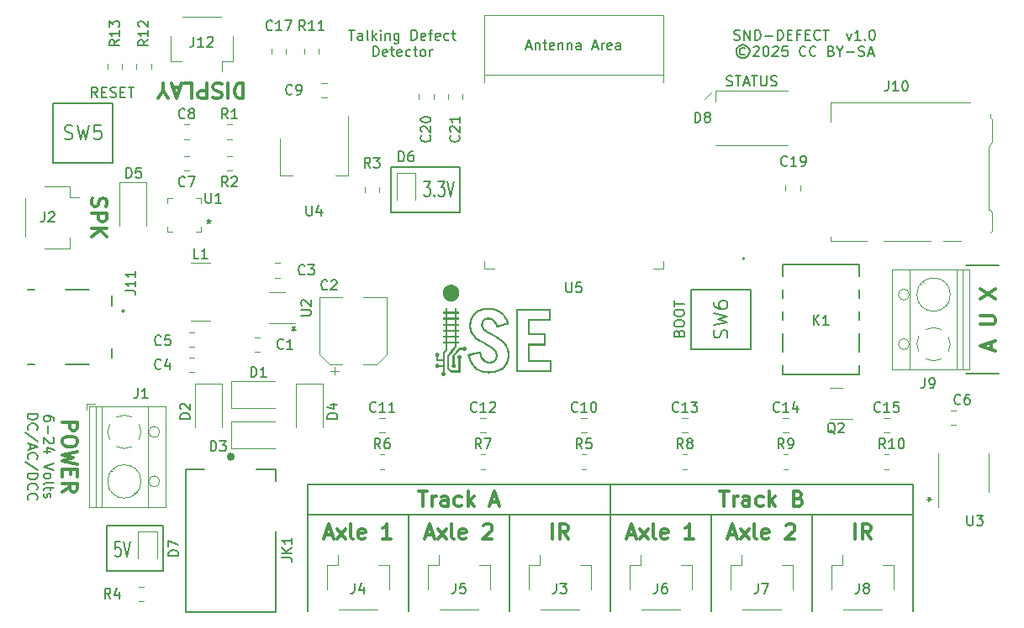
<source format=gto>
G04 #@! TF.GenerationSoftware,KiCad,Pcbnew,6.0.11-2627ca5db0~126~ubuntu22.04.1*
G04 #@! TF.CreationDate,2025-05-31T21:30:08-06:00*
G04 #@! TF.ProjectId,snd-defect,736e642d-6465-4666-9563-742e6b696361,rev?*
G04 #@! TF.SameCoordinates,Original*
G04 #@! TF.FileFunction,Legend,Top*
G04 #@! TF.FilePolarity,Positive*
%FSLAX46Y46*%
G04 Gerber Fmt 4.6, Leading zero omitted, Abs format (unit mm)*
G04 Created by KiCad (PCBNEW 6.0.11-2627ca5db0~126~ubuntu22.04.1) date 2025-05-31 21:30:08*
%MOMM*%
%LPD*%
G01*
G04 APERTURE LIST*
%ADD10C,0.203200*%
%ADD11C,0.000000*%
%ADD12C,0.150000*%
%ADD13C,0.152400*%
%ADD14C,0.304800*%
%ADD15C,0.300000*%
%ADD16C,0.120000*%
%ADD17C,0.127000*%
%ADD18C,0.200000*%
%ADD19C,0.400000*%
G04 APERTURE END LIST*
D10*
X79883000Y-98552000D02*
X79883000Y-101600000D01*
D11*
G36*
X95984042Y-85491825D02*
G01*
X95978634Y-85467666D01*
X95975232Y-85448902D01*
X95974044Y-85436232D01*
X95974345Y-85432400D01*
X95975278Y-85430354D01*
X96189513Y-85381593D01*
X96653581Y-85281570D01*
X97116988Y-85183795D01*
X97329239Y-85141781D01*
X97330149Y-85144194D01*
X97331753Y-85150105D01*
X97336647Y-85170798D01*
X97343130Y-85200618D01*
X97350406Y-85236326D01*
X97367036Y-85314577D01*
X97385952Y-85389757D01*
X97407123Y-85461819D01*
X97430519Y-85530719D01*
X97456111Y-85596411D01*
X97483867Y-85658849D01*
X97513759Y-85717989D01*
X97545756Y-85773783D01*
X97562535Y-85800412D01*
X97579829Y-85826188D01*
X97597634Y-85851105D01*
X97615947Y-85875157D01*
X97634763Y-85898339D01*
X97654080Y-85920646D01*
X97673893Y-85942070D01*
X97694199Y-85962607D01*
X97714993Y-85982252D01*
X97736273Y-86000997D01*
X97758034Y-86018839D01*
X97780272Y-86035770D01*
X97802985Y-86051786D01*
X97826167Y-86066880D01*
X97849816Y-86081047D01*
X97873928Y-86094281D01*
X97904719Y-86109611D01*
X97935705Y-86123320D01*
X97966887Y-86135408D01*
X97998260Y-86145875D01*
X98029824Y-86154723D01*
X98061575Y-86161949D01*
X98093513Y-86167555D01*
X98125635Y-86171540D01*
X98157938Y-86173905D01*
X98190422Y-86174649D01*
X98223083Y-86173773D01*
X98255920Y-86171276D01*
X98288931Y-86167158D01*
X98322113Y-86161420D01*
X98355464Y-86154061D01*
X98388984Y-86145082D01*
X98438373Y-86128639D01*
X98485153Y-86108753D01*
X98529243Y-86085537D01*
X98570565Y-86059103D01*
X98609038Y-86029565D01*
X98644583Y-85997035D01*
X98677121Y-85961626D01*
X98706572Y-85923449D01*
X98732855Y-85882619D01*
X98755893Y-85839247D01*
X98775605Y-85793446D01*
X98791911Y-85745329D01*
X98804732Y-85695009D01*
X98813988Y-85642598D01*
X98819601Y-85588209D01*
X98821489Y-85531954D01*
X98820889Y-85500879D01*
X98819073Y-85470576D01*
X98816015Y-85440977D01*
X98811688Y-85412010D01*
X98806068Y-85383605D01*
X98799128Y-85355692D01*
X98790842Y-85328201D01*
X98781184Y-85301061D01*
X98770129Y-85274202D01*
X98757651Y-85247555D01*
X98743724Y-85221047D01*
X98728322Y-85194610D01*
X98711420Y-85168173D01*
X98692991Y-85141666D01*
X98673010Y-85115018D01*
X98651450Y-85088159D01*
X98622386Y-85054269D01*
X98591748Y-85021162D01*
X98559034Y-84988497D01*
X98523744Y-84955934D01*
X98485379Y-84923131D01*
X98443438Y-84889747D01*
X98397420Y-84855441D01*
X98346826Y-84819872D01*
X98229908Y-84743581D01*
X98088681Y-84658146D01*
X97919144Y-84560837D01*
X97717295Y-84448927D01*
X97554125Y-84358770D01*
X97413652Y-84279461D01*
X97292378Y-84208817D01*
X97186805Y-84144656D01*
X97093436Y-84084794D01*
X97008774Y-84027048D01*
X96929320Y-83969237D01*
X96851578Y-83909176D01*
X96810401Y-83875104D01*
X96765313Y-83835435D01*
X96718092Y-83791912D01*
X96670515Y-83746281D01*
X96624360Y-83700287D01*
X96581405Y-83655673D01*
X96543428Y-83614184D01*
X96526861Y-83595157D01*
X96512206Y-83577566D01*
X96466976Y-83519060D01*
X96424940Y-83459662D01*
X96386083Y-83399324D01*
X96350391Y-83337996D01*
X96317849Y-83275631D01*
X96288443Y-83212180D01*
X96262158Y-83147594D01*
X96238979Y-83081824D01*
X96218893Y-83014823D01*
X96201885Y-82946541D01*
X96187941Y-82876930D01*
X96177045Y-82805941D01*
X96169183Y-82733526D01*
X96164342Y-82659636D01*
X96162506Y-82584223D01*
X96163661Y-82507238D01*
X96167978Y-82421743D01*
X96174844Y-82338290D01*
X96184263Y-82256871D01*
X96196238Y-82177478D01*
X96210772Y-82100103D01*
X96227868Y-82024737D01*
X96247530Y-81951371D01*
X96269759Y-81879999D01*
X96294560Y-81810610D01*
X96321936Y-81743198D01*
X96351889Y-81677754D01*
X96384423Y-81614269D01*
X96419541Y-81552735D01*
X96457245Y-81493145D01*
X96497540Y-81435489D01*
X96540428Y-81379760D01*
X96551995Y-81365893D01*
X96565129Y-81350879D01*
X96595296Y-81318178D01*
X96629316Y-81283195D01*
X96665576Y-81247468D01*
X96702465Y-81212535D01*
X96738370Y-81179933D01*
X96771678Y-81151201D01*
X96786855Y-81138767D01*
X96800778Y-81127877D01*
X96853622Y-81090068D01*
X96908413Y-81054174D01*
X96965111Y-81020206D01*
X97023679Y-80988177D01*
X97084078Y-80958099D01*
X97146270Y-80929985D01*
X97210217Y-80903847D01*
X97275881Y-80879698D01*
X97343224Y-80857549D01*
X97412207Y-80837414D01*
X97482791Y-80819304D01*
X97554940Y-80803233D01*
X97628613Y-80789212D01*
X97703775Y-80777254D01*
X97780385Y-80767371D01*
X97858406Y-80759577D01*
X97905780Y-80756768D01*
X97967392Y-80754704D01*
X98038364Y-80753400D01*
X98113817Y-80752874D01*
X98188873Y-80753141D01*
X98258654Y-80754219D01*
X98318282Y-80756123D01*
X98362878Y-80758871D01*
X98518513Y-80778129D01*
X98668591Y-80806967D01*
X98741489Y-80824935D01*
X98812929Y-80845244D01*
X98882889Y-80867877D01*
X98951344Y-80892816D01*
X99018273Y-80920044D01*
X99083653Y-80949542D01*
X99147460Y-80981292D01*
X99209673Y-81015277D01*
X99270267Y-81051479D01*
X99329220Y-81089880D01*
X99386510Y-81130463D01*
X99442113Y-81173209D01*
X99496007Y-81218100D01*
X99548168Y-81265119D01*
X99598574Y-81314248D01*
X99647203Y-81365470D01*
X99694030Y-81418765D01*
X99739033Y-81474117D01*
X99782190Y-81531508D01*
X99823477Y-81590919D01*
X99862872Y-81652334D01*
X99900351Y-81715734D01*
X99935893Y-81781100D01*
X99969473Y-81848417D01*
X100001070Y-81917665D01*
X100030660Y-81988827D01*
X100083728Y-82136821D01*
X100095095Y-82173007D01*
X100107066Y-82213715D01*
X100118988Y-82256392D01*
X100130206Y-82298481D01*
X100140069Y-82337429D01*
X100147922Y-82370679D01*
X100153113Y-82395678D01*
X100154506Y-82404285D01*
X100154989Y-82409871D01*
X100153218Y-82411785D01*
X100147735Y-82414669D01*
X100124606Y-82423651D01*
X100022521Y-82456614D01*
X99832330Y-82513654D01*
X99537628Y-82599665D01*
X99297452Y-82669096D01*
X99100536Y-82725430D01*
X98967120Y-82762979D01*
X98930550Y-82772931D01*
X98917445Y-82776054D01*
X98916246Y-82773576D01*
X98913807Y-82767477D01*
X98905803Y-82746068D01*
X98894624Y-82715134D01*
X98881461Y-82677982D01*
X98850847Y-82594465D01*
X98819542Y-82516359D01*
X98787465Y-82443567D01*
X98754538Y-82375993D01*
X98720681Y-82313542D01*
X98685814Y-82256116D01*
X98667977Y-82229258D01*
X98649858Y-82203621D01*
X98631446Y-82179192D01*
X98612733Y-82155959D01*
X98593707Y-82133911D01*
X98574359Y-82113035D01*
X98554679Y-82093320D01*
X98534657Y-82074753D01*
X98514283Y-82057322D01*
X98493548Y-82041016D01*
X98472440Y-82025822D01*
X98450951Y-82011728D01*
X98429070Y-81998723D01*
X98406787Y-81986794D01*
X98384093Y-81975929D01*
X98360978Y-81966116D01*
X98337430Y-81957344D01*
X98313442Y-81949600D01*
X98289002Y-81942872D01*
X98264100Y-81937149D01*
X98247445Y-81933908D01*
X98229612Y-81931065D01*
X98210781Y-81928620D01*
X98191130Y-81926576D01*
X98150085Y-81923692D01*
X98107908Y-81922420D01*
X98066028Y-81922769D01*
X98025876Y-81924747D01*
X98006895Y-81926349D01*
X97988883Y-81928361D01*
X97972017Y-81930785D01*
X97956478Y-81933621D01*
X97910985Y-81944719D01*
X97868162Y-81958438D01*
X97828002Y-81974789D01*
X97790496Y-81993781D01*
X97772736Y-82004270D01*
X97755636Y-82015422D01*
X97739195Y-82027240D01*
X97723413Y-82039723D01*
X97708288Y-82052873D01*
X97693820Y-82066692D01*
X97680006Y-82081181D01*
X97666847Y-82096340D01*
X97654341Y-82112170D01*
X97642488Y-82128674D01*
X97631285Y-82145852D01*
X97620733Y-82163705D01*
X97601574Y-82201442D01*
X97585003Y-82241894D01*
X97571012Y-82285070D01*
X97559592Y-82330980D01*
X97550735Y-82379632D01*
X97544433Y-82431038D01*
X97542617Y-82452492D01*
X97541411Y-82472993D01*
X97540832Y-82492631D01*
X97540895Y-82511493D01*
X97541615Y-82529669D01*
X97543007Y-82547247D01*
X97545088Y-82564318D01*
X97547873Y-82580968D01*
X97551377Y-82597288D01*
X97555616Y-82613366D01*
X97560606Y-82629291D01*
X97566361Y-82645152D01*
X97572898Y-82661037D01*
X97580231Y-82677037D01*
X97588377Y-82693239D01*
X97597350Y-82709732D01*
X97608721Y-82728957D01*
X97621408Y-82748276D01*
X97635422Y-82767698D01*
X97650774Y-82787233D01*
X97667474Y-82806892D01*
X97685531Y-82826686D01*
X97704957Y-82846625D01*
X97725761Y-82866718D01*
X97747955Y-82886977D01*
X97771548Y-82907412D01*
X97796551Y-82928032D01*
X97822974Y-82948849D01*
X97850827Y-82969873D01*
X97880121Y-82991114D01*
X97910866Y-83012582D01*
X97943072Y-83034288D01*
X97988571Y-83063986D01*
X98034276Y-83092749D01*
X98082909Y-83122158D01*
X98137188Y-83153791D01*
X98273570Y-83230046D01*
X98465183Y-83334149D01*
X98596252Y-83404912D01*
X98708865Y-83466474D01*
X98806000Y-83520544D01*
X98890634Y-83568834D01*
X98965742Y-83613057D01*
X99034302Y-83654923D01*
X99099290Y-83696144D01*
X99163683Y-83738432D01*
X99285773Y-83823457D01*
X99399701Y-83909840D01*
X99505574Y-83997749D01*
X99603498Y-84087351D01*
X99693580Y-84178813D01*
X99775925Y-84272303D01*
X99850641Y-84367988D01*
X99917834Y-84466036D01*
X99977611Y-84566614D01*
X100030077Y-84669889D01*
X100075339Y-84776030D01*
X100113505Y-84885202D01*
X100144679Y-84997575D01*
X100168969Y-85113314D01*
X100186481Y-85232589D01*
X100197322Y-85355565D01*
X100200346Y-85431145D01*
X100200475Y-85509090D01*
X100197794Y-85588457D01*
X100192383Y-85668303D01*
X100184327Y-85747686D01*
X100173708Y-85825664D01*
X100160608Y-85901293D01*
X100145111Y-85973632D01*
X100109012Y-86104910D01*
X100064085Y-86230606D01*
X100010530Y-86350542D01*
X99948548Y-86464544D01*
X99878338Y-86572436D01*
X99800103Y-86674042D01*
X99714041Y-86769186D01*
X99620354Y-86857693D01*
X99519242Y-86939387D01*
X99410906Y-87014092D01*
X99295546Y-87081633D01*
X99173363Y-87141833D01*
X99044557Y-87194518D01*
X98909328Y-87239511D01*
X98767877Y-87276637D01*
X98620406Y-87305720D01*
X98514152Y-87321059D01*
X98404847Y-87332653D01*
X98293939Y-87340460D01*
X98182873Y-87344438D01*
X98073097Y-87344547D01*
X97966058Y-87340745D01*
X97863203Y-87332991D01*
X97813796Y-87327619D01*
X97765978Y-87321243D01*
X97651209Y-87301359D01*
X97539746Y-87276111D01*
X97431602Y-87245506D01*
X97326792Y-87209556D01*
X97225331Y-87168268D01*
X97127233Y-87121652D01*
X97032512Y-87069718D01*
X96941184Y-87012474D01*
X96853262Y-86949931D01*
X96768761Y-86882096D01*
X96687695Y-86808981D01*
X96610080Y-86730594D01*
X96535928Y-86646943D01*
X96465256Y-86558040D01*
X96398077Y-86463892D01*
X96334406Y-86364510D01*
X96310826Y-86323935D01*
X96284278Y-86275257D01*
X96255961Y-86220890D01*
X96227073Y-86163250D01*
X96198814Y-86104749D01*
X96172381Y-86047803D01*
X96148975Y-85994826D01*
X96129794Y-85948232D01*
X96102753Y-85876436D01*
X96074596Y-85795479D01*
X96046984Y-85710950D01*
X96021580Y-85628439D01*
X96006719Y-85576749D01*
X96202938Y-85576749D01*
X96203172Y-85580196D01*
X96203869Y-85584528D01*
X96205044Y-85589866D01*
X96206710Y-85596330D01*
X96208883Y-85604042D01*
X96214806Y-85623691D01*
X96222928Y-85649782D01*
X96241270Y-85706367D01*
X96260557Y-85762308D01*
X96280757Y-85817540D01*
X96301840Y-85871999D01*
X96323775Y-85925618D01*
X96346530Y-85978332D01*
X96370075Y-86030077D01*
X96394378Y-86080788D01*
X96419409Y-86130399D01*
X96445137Y-86178845D01*
X96471530Y-86226061D01*
X96498558Y-86271982D01*
X96526189Y-86316544D01*
X96554393Y-86359679D01*
X96583139Y-86401325D01*
X96612395Y-86441415D01*
X96673633Y-86518940D01*
X96737507Y-86591982D01*
X96804039Y-86660555D01*
X96873252Y-86724674D01*
X96945169Y-86784352D01*
X97019812Y-86839605D01*
X97097204Y-86890446D01*
X97177368Y-86936892D01*
X97260327Y-86978954D01*
X97346104Y-87016650D01*
X97434720Y-87049992D01*
X97526199Y-87078995D01*
X97620564Y-87103674D01*
X97717838Y-87124043D01*
X97818042Y-87140117D01*
X97921200Y-87151909D01*
X97976942Y-87155499D01*
X98044739Y-87157344D01*
X98120704Y-87157552D01*
X98200953Y-87156231D01*
X98281599Y-87153487D01*
X98358755Y-87149429D01*
X98428536Y-87144163D01*
X98487056Y-87137798D01*
X98569690Y-87125429D01*
X98650114Y-87110808D01*
X98728334Y-87093934D01*
X98804357Y-87074805D01*
X98878189Y-87053419D01*
X98949837Y-87029774D01*
X99019305Y-87003867D01*
X99086601Y-86975697D01*
X99151731Y-86945261D01*
X99214701Y-86912558D01*
X99275517Y-86877585D01*
X99334185Y-86840341D01*
X99390712Y-86800822D01*
X99445104Y-86759028D01*
X99497366Y-86714956D01*
X99547506Y-86668604D01*
X99593482Y-86622168D01*
X99636973Y-86574368D01*
X99678009Y-86525146D01*
X99716618Y-86474444D01*
X99752830Y-86422204D01*
X99786672Y-86368368D01*
X99818175Y-86312879D01*
X99847367Y-86255678D01*
X99874276Y-86196707D01*
X99898933Y-86135910D01*
X99921365Y-86073227D01*
X99941603Y-86008601D01*
X99959674Y-85941974D01*
X99975607Y-85873289D01*
X99989432Y-85802486D01*
X100001178Y-85729510D01*
X100003751Y-85708212D01*
X100005916Y-85682326D01*
X100009049Y-85619399D01*
X100010629Y-85545955D01*
X100010703Y-85467219D01*
X100009322Y-85388418D01*
X100006536Y-85314775D01*
X100002393Y-85251518D01*
X99996944Y-85203871D01*
X99990217Y-85165124D01*
X99981885Y-85123294D01*
X99972264Y-85079661D01*
X99961667Y-85035507D01*
X99950408Y-84992114D01*
X99938803Y-84950764D01*
X99927164Y-84912737D01*
X99915806Y-84879315D01*
X99904951Y-84850955D01*
X99893061Y-84822033D01*
X99880194Y-84792648D01*
X99866406Y-84762899D01*
X99851753Y-84732885D01*
X99836294Y-84702706D01*
X99803181Y-84642249D01*
X99767522Y-84582320D01*
X99729770Y-84523715D01*
X99710252Y-84495157D01*
X99690382Y-84467227D01*
X99670216Y-84440024D01*
X99649811Y-84413648D01*
X99636023Y-84396916D01*
X99619738Y-84378145D01*
X99580942Y-84335729D01*
X99535945Y-84288881D01*
X99487269Y-84240082D01*
X99437435Y-84191812D01*
X99388965Y-84146552D01*
X99344382Y-84106782D01*
X99306206Y-84074982D01*
X99218746Y-84007770D01*
X99131856Y-83944609D01*
X99041279Y-83882870D01*
X98942757Y-83819924D01*
X98832030Y-83753141D01*
X98704841Y-83679893D01*
X98556932Y-83597550D01*
X98384045Y-83503482D01*
X98210104Y-83408756D01*
X98065012Y-83327622D01*
X98002026Y-83291336D01*
X97944741Y-83257469D01*
X97892655Y-83225694D01*
X97845265Y-83195683D01*
X97802066Y-83167112D01*
X97762556Y-83139652D01*
X97726232Y-83112978D01*
X97692589Y-83086763D01*
X97661125Y-83060680D01*
X97631337Y-83034403D01*
X97602720Y-83007605D01*
X97574772Y-82979960D01*
X97548015Y-82952226D01*
X97523270Y-82925044D01*
X97500479Y-82898301D01*
X97479588Y-82871888D01*
X97460542Y-82845695D01*
X97443283Y-82819610D01*
X97427756Y-82793523D01*
X97413906Y-82767323D01*
X97401676Y-82740900D01*
X97391011Y-82714143D01*
X97381855Y-82686942D01*
X97374152Y-82659186D01*
X97367846Y-82630764D01*
X97362882Y-82601566D01*
X97359204Y-82571481D01*
X97356756Y-82540399D01*
X97355066Y-82491545D01*
X97356039Y-82442989D01*
X97359608Y-82394899D01*
X97365708Y-82347440D01*
X97374271Y-82300780D01*
X97385232Y-82255083D01*
X97398524Y-82210517D01*
X97414082Y-82167248D01*
X97431840Y-82125443D01*
X97451730Y-82085267D01*
X97473688Y-82046888D01*
X97497646Y-82010471D01*
X97523540Y-81976184D01*
X97551302Y-81944192D01*
X97580866Y-81914662D01*
X97596304Y-81900872D01*
X97612167Y-81887760D01*
X97658749Y-81854326D01*
X97709029Y-81824946D01*
X97762555Y-81799638D01*
X97818873Y-81778421D01*
X97877530Y-81761313D01*
X97938076Y-81748333D01*
X98000055Y-81739499D01*
X98063017Y-81734831D01*
X98126507Y-81734346D01*
X98190075Y-81738064D01*
X98253266Y-81746002D01*
X98315628Y-81758180D01*
X98376708Y-81774616D01*
X98436055Y-81795329D01*
X98493214Y-81820337D01*
X98547734Y-81849660D01*
X98563577Y-81859674D01*
X98580556Y-81871599D01*
X98598481Y-81885247D01*
X98617165Y-81900427D01*
X98636419Y-81916950D01*
X98656056Y-81934628D01*
X98675887Y-81953272D01*
X98695724Y-81972691D01*
X98715379Y-81992698D01*
X98734664Y-82013102D01*
X98753392Y-82033715D01*
X98771373Y-82054348D01*
X98788419Y-82074811D01*
X98804344Y-82094916D01*
X98818957Y-82114473D01*
X98832073Y-82133293D01*
X98854143Y-82168246D01*
X98877140Y-82207332D01*
X98900534Y-82249528D01*
X98923795Y-82293807D01*
X98946395Y-82339145D01*
X98967804Y-82384515D01*
X98987493Y-82428894D01*
X99004933Y-82471255D01*
X99009269Y-82482141D01*
X99013293Y-82492066D01*
X99017023Y-82501060D01*
X99020478Y-82509156D01*
X99023676Y-82516383D01*
X99026637Y-82522774D01*
X99028035Y-82525664D01*
X99029379Y-82528358D01*
X99030674Y-82530857D01*
X99031921Y-82533167D01*
X99033122Y-82535290D01*
X99034280Y-82537232D01*
X99035398Y-82538995D01*
X99036477Y-82540583D01*
X99037519Y-82542001D01*
X99038528Y-82543253D01*
X99039505Y-82544342D01*
X99040454Y-82545271D01*
X99041375Y-82546046D01*
X99042272Y-82546670D01*
X99043146Y-82547146D01*
X99044001Y-82547479D01*
X99044838Y-82547672D01*
X99045659Y-82547730D01*
X99046468Y-82547656D01*
X99047267Y-82547454D01*
X99484711Y-82420454D01*
X99789599Y-82331819D01*
X99885059Y-82303476D01*
X99912320Y-82295121D01*
X99923567Y-82291338D01*
X99925293Y-82290489D01*
X99926757Y-82289476D01*
X99927946Y-82288217D01*
X99928847Y-82286630D01*
X99929447Y-82284634D01*
X99929731Y-82282148D01*
X99929686Y-82279088D01*
X99929299Y-82275374D01*
X99928557Y-82270925D01*
X99927446Y-82265658D01*
X99924063Y-82252345D01*
X99919043Y-82234782D01*
X99912278Y-82212315D01*
X99897666Y-82166900D01*
X99881896Y-82121715D01*
X99865005Y-82076823D01*
X99847025Y-82032288D01*
X99827991Y-81988176D01*
X99807937Y-81944549D01*
X99786897Y-81901472D01*
X99764905Y-81859008D01*
X99741995Y-81817223D01*
X99718202Y-81776180D01*
X99693559Y-81735943D01*
X99668100Y-81696576D01*
X99641861Y-81658144D01*
X99614874Y-81620710D01*
X99587173Y-81584338D01*
X99558794Y-81549093D01*
X99546256Y-81534395D01*
X99532306Y-81518724D01*
X99500873Y-81485130D01*
X99465901Y-81449651D01*
X99428796Y-81413627D01*
X99390963Y-81378396D01*
X99353808Y-81345298D01*
X99318737Y-81315673D01*
X99302422Y-81302581D01*
X99287156Y-81290860D01*
X99241669Y-81257926D01*
X99195156Y-81226592D01*
X99147600Y-81196851D01*
X99098982Y-81168699D01*
X99049285Y-81142131D01*
X98998491Y-81117140D01*
X98946583Y-81093723D01*
X98893544Y-81071873D01*
X98839355Y-81051586D01*
X98784000Y-81032857D01*
X98727460Y-81015680D01*
X98669718Y-81000050D01*
X98610756Y-80985962D01*
X98550557Y-80973411D01*
X98489104Y-80962392D01*
X98426378Y-80952899D01*
X98380171Y-80948220D01*
X98317998Y-80944311D01*
X98244993Y-80941278D01*
X98166292Y-80939229D01*
X98087029Y-80938271D01*
X98012338Y-80938512D01*
X97947354Y-80940060D01*
X97897211Y-80943021D01*
X97736174Y-80961779D01*
X97658816Y-80974401D01*
X97583577Y-80989174D01*
X97510464Y-81006091D01*
X97439489Y-81025143D01*
X97370658Y-81046324D01*
X97303982Y-81069624D01*
X97239469Y-81095037D01*
X97177129Y-81122555D01*
X97116969Y-81152170D01*
X97058999Y-81183875D01*
X97003228Y-81217660D01*
X96949665Y-81253520D01*
X96898318Y-81291446D01*
X96849197Y-81331429D01*
X96802310Y-81373464D01*
X96757667Y-81417541D01*
X96715276Y-81463653D01*
X96675146Y-81511792D01*
X96637287Y-81561951D01*
X96601706Y-81614122D01*
X96568414Y-81668297D01*
X96537418Y-81724468D01*
X96508729Y-81782627D01*
X96482354Y-81842768D01*
X96458302Y-81904881D01*
X96436583Y-81968959D01*
X96417206Y-82034995D01*
X96400179Y-82102981D01*
X96385511Y-82172909D01*
X96373211Y-82244771D01*
X96365695Y-82298710D01*
X96359550Y-82352267D01*
X96354772Y-82405377D01*
X96351361Y-82457970D01*
X96349315Y-82509980D01*
X96348630Y-82561341D01*
X96349306Y-82611984D01*
X96351339Y-82661842D01*
X96354729Y-82710849D01*
X96359472Y-82758938D01*
X96365568Y-82806040D01*
X96373013Y-82852089D01*
X96381806Y-82897018D01*
X96391945Y-82940759D01*
X96403427Y-82983245D01*
X96416250Y-83024410D01*
X96430568Y-83065272D01*
X96446756Y-83106305D01*
X96464748Y-83147415D01*
X96484480Y-83188506D01*
X96505886Y-83229487D01*
X96528901Y-83270261D01*
X96553460Y-83310736D01*
X96579498Y-83350817D01*
X96606950Y-83390411D01*
X96635751Y-83429422D01*
X96665836Y-83467757D01*
X96697139Y-83505323D01*
X96729595Y-83542024D01*
X96763140Y-83577768D01*
X96797708Y-83612459D01*
X96833234Y-83646004D01*
X96917305Y-83719936D01*
X97004287Y-83790445D01*
X97097949Y-83859994D01*
X97202063Y-83931048D01*
X97320398Y-84006072D01*
X97456724Y-84087528D01*
X97614813Y-84177880D01*
X97798433Y-84279593D01*
X98004191Y-84393176D01*
X98086217Y-84439248D01*
X98157032Y-84479706D01*
X98218652Y-84515699D01*
X98273096Y-84548377D01*
X98322380Y-84578888D01*
X98368522Y-84608382D01*
X98428733Y-84648659D01*
X98485347Y-84688340D01*
X98538472Y-84727539D01*
X98588215Y-84766371D01*
X98634683Y-84804951D01*
X98677986Y-84843394D01*
X98718228Y-84881814D01*
X98755520Y-84920326D01*
X98789966Y-84959044D01*
X98821676Y-84998084D01*
X98850757Y-85037560D01*
X98877316Y-85077587D01*
X98901461Y-85118280D01*
X98923298Y-85159753D01*
X98942937Y-85202121D01*
X98960483Y-85245499D01*
X98970247Y-85273647D01*
X98978899Y-85302971D01*
X98986435Y-85333341D01*
X98992851Y-85364627D01*
X98998142Y-85396699D01*
X99002304Y-85429425D01*
X99005334Y-85462677D01*
X99007226Y-85496324D01*
X99007978Y-85530235D01*
X99007585Y-85564280D01*
X99006042Y-85598330D01*
X99003346Y-85632253D01*
X98999492Y-85665921D01*
X98994477Y-85699201D01*
X98988296Y-85731965D01*
X98980945Y-85764082D01*
X98961652Y-85829301D01*
X98937992Y-85891272D01*
X98910098Y-85949891D01*
X98878099Y-86005052D01*
X98842127Y-86056648D01*
X98802314Y-86104576D01*
X98758790Y-86148729D01*
X98711687Y-86189003D01*
X98661136Y-86225291D01*
X98607269Y-86257489D01*
X98550216Y-86285490D01*
X98490110Y-86309190D01*
X98427080Y-86328483D01*
X98361259Y-86343263D01*
X98292777Y-86353426D01*
X98221767Y-86358865D01*
X98178094Y-86359654D01*
X98134936Y-86358334D01*
X98092317Y-86354926D01*
X98050264Y-86349454D01*
X98008804Y-86341942D01*
X97967962Y-86332412D01*
X97927765Y-86320888D01*
X97888238Y-86307393D01*
X97849407Y-86291949D01*
X97811299Y-86274580D01*
X97773940Y-86255309D01*
X97737356Y-86234160D01*
X97701573Y-86211154D01*
X97666617Y-86186316D01*
X97632514Y-86159669D01*
X97599291Y-86131235D01*
X97566972Y-86101038D01*
X97535586Y-86069101D01*
X97505156Y-86035447D01*
X97475711Y-86000100D01*
X97419875Y-85924415D01*
X97368287Y-85842233D01*
X97321156Y-85753738D01*
X97278690Y-85659115D01*
X97241098Y-85558550D01*
X97208589Y-85452226D01*
X97203879Y-85434397D01*
X97199351Y-85417676D01*
X97195120Y-85402443D01*
X97191303Y-85389079D01*
X97188015Y-85377964D01*
X97185372Y-85369478D01*
X97183490Y-85364002D01*
X97182870Y-85362511D01*
X97182484Y-85361916D01*
X96717611Y-85459017D01*
X96213050Y-85567232D01*
X96208208Y-85568551D01*
X96206344Y-85569388D01*
X96204870Y-85570506D01*
X96203802Y-85572025D01*
X96203153Y-85574065D01*
X96202938Y-85576749D01*
X96006719Y-85576749D01*
X96000045Y-85553534D01*
X95984042Y-85491825D01*
G37*
D10*
X140843000Y-101600000D02*
X140843000Y-111379000D01*
D11*
G36*
X94340506Y-78431773D02*
G01*
X94383104Y-78433120D01*
X94422791Y-78435278D01*
X94456790Y-78438197D01*
X94470788Y-78439926D01*
X94482322Y-78441827D01*
X94513070Y-78448208D01*
X94543392Y-78455706D01*
X94573275Y-78464312D01*
X94602708Y-78474018D01*
X94631678Y-78484815D01*
X94660172Y-78496695D01*
X94688179Y-78509650D01*
X94715685Y-78523671D01*
X94742679Y-78538751D01*
X94769147Y-78554881D01*
X94795079Y-78572053D01*
X94820460Y-78590258D01*
X94845279Y-78609489D01*
X94869524Y-78629736D01*
X94893181Y-78650992D01*
X94916239Y-78673249D01*
X94936074Y-78693729D01*
X94955098Y-78714685D01*
X94973310Y-78736115D01*
X94990708Y-78758015D01*
X95007292Y-78780382D01*
X95023060Y-78803213D01*
X95038012Y-78826505D01*
X95052147Y-78850255D01*
X95065463Y-78874460D01*
X95077959Y-78899116D01*
X95089634Y-78924221D01*
X95100488Y-78949772D01*
X95110520Y-78975764D01*
X95119727Y-79002196D01*
X95128110Y-79029064D01*
X95135667Y-79056365D01*
X95142158Y-79083767D01*
X95147612Y-79112168D01*
X95152032Y-79141424D01*
X95155422Y-79171393D01*
X95157788Y-79201933D01*
X95159132Y-79232900D01*
X95159459Y-79264153D01*
X95158774Y-79295549D01*
X95157079Y-79326944D01*
X95154381Y-79358197D01*
X95150681Y-79389165D01*
X95145985Y-79419705D01*
X95140298Y-79449674D01*
X95133622Y-79478930D01*
X95125962Y-79507330D01*
X95117322Y-79534732D01*
X95108828Y-79558673D01*
X95099739Y-79582094D01*
X95090037Y-79605021D01*
X95079707Y-79627480D01*
X95068733Y-79649496D01*
X95057097Y-79671096D01*
X95044782Y-79692305D01*
X95031774Y-79713149D01*
X95018054Y-79733655D01*
X95003607Y-79753847D01*
X94988415Y-79773752D01*
X94972463Y-79793395D01*
X94955734Y-79812803D01*
X94938211Y-79832001D01*
X94919877Y-79851015D01*
X94900717Y-79869871D01*
X94872720Y-79895817D01*
X94844022Y-79920212D01*
X94814617Y-79943059D01*
X94784499Y-79964360D01*
X94753661Y-79984120D01*
X94722098Y-80002340D01*
X94689804Y-80019025D01*
X94656771Y-80034177D01*
X94622994Y-80047800D01*
X94588467Y-80059896D01*
X94553184Y-80070468D01*
X94517137Y-80079520D01*
X94480322Y-80087055D01*
X94442731Y-80093076D01*
X94404360Y-80097586D01*
X94365200Y-80100588D01*
X94321475Y-80101916D01*
X94277932Y-80100892D01*
X94234653Y-80097547D01*
X94191722Y-80091911D01*
X94149220Y-80084014D01*
X94107231Y-80073885D01*
X94065838Y-80061555D01*
X94025122Y-80047054D01*
X93985168Y-80030411D01*
X93946056Y-80011656D01*
X93907871Y-79990820D01*
X93870694Y-79967932D01*
X93834609Y-79943023D01*
X93799698Y-79916122D01*
X93766043Y-79887260D01*
X93733728Y-79856465D01*
X93704336Y-79825820D01*
X93676759Y-79794228D01*
X93651006Y-79761718D01*
X93627090Y-79728319D01*
X93605022Y-79694060D01*
X93584813Y-79658970D01*
X93566475Y-79623079D01*
X93550019Y-79586414D01*
X93535456Y-79549005D01*
X93522799Y-79510881D01*
X93512057Y-79472071D01*
X93503243Y-79432603D01*
X93496368Y-79392507D01*
X93491443Y-79351811D01*
X93488479Y-79310545D01*
X93487489Y-79268737D01*
X93488245Y-79232264D01*
X93490497Y-79196155D01*
X93494216Y-79160445D01*
X93499377Y-79125168D01*
X93505954Y-79090358D01*
X93513920Y-79056050D01*
X93523248Y-79022277D01*
X93533913Y-78989073D01*
X93545886Y-78956473D01*
X93559143Y-78924511D01*
X93573656Y-78893220D01*
X93589399Y-78862636D01*
X93606346Y-78832791D01*
X93624470Y-78803720D01*
X93643744Y-78775458D01*
X93664143Y-78748038D01*
X93685639Y-78721494D01*
X93708206Y-78695861D01*
X93731818Y-78671173D01*
X93756448Y-78647463D01*
X93782069Y-78624766D01*
X93808656Y-78603117D01*
X93836182Y-78582548D01*
X93864620Y-78563094D01*
X93893943Y-78544790D01*
X93924126Y-78527669D01*
X93955141Y-78511766D01*
X93986963Y-78497114D01*
X94019565Y-78483748D01*
X94052920Y-78471701D01*
X94087001Y-78461009D01*
X94121784Y-78451705D01*
X94144383Y-78446391D01*
X94166057Y-78441474D01*
X94175761Y-78439371D01*
X94184291Y-78437616D01*
X94191333Y-78436290D01*
X94196572Y-78435477D01*
X94208603Y-78434153D01*
X94223031Y-78433087D01*
X94257691Y-78431706D01*
X94297776Y-78431285D01*
X94340506Y-78431773D01*
G37*
G36*
X104331878Y-80836482D02*
G01*
X104331878Y-82078260D01*
X102257544Y-82078260D01*
X102257544Y-83327093D01*
X103837989Y-83327093D01*
X103837989Y-84561815D01*
X102257544Y-84561815D01*
X102257544Y-86022315D01*
X104416545Y-86022315D01*
X104416545Y-87257037D01*
X100881711Y-87257037D01*
X100881711Y-87073593D01*
X101065155Y-87073593D01*
X104233100Y-87073593D01*
X104233100Y-86205760D01*
X102074099Y-86205760D01*
X102074099Y-84378371D01*
X103654544Y-84378371D01*
X103654544Y-83510538D01*
X102074099Y-83510538D01*
X102074099Y-81887760D01*
X104148433Y-81887760D01*
X104148433Y-81019927D01*
X101065155Y-81019927D01*
X101065155Y-87073593D01*
X100881711Y-87073593D01*
X100881711Y-80836482D01*
X104331878Y-80836482D01*
G37*
D10*
X120523000Y-98552000D02*
X130683000Y-98552000D01*
X79883000Y-98552000D02*
X110363000Y-98552000D01*
X79883000Y-101600000D02*
X140843000Y-101600000D01*
D12*
X59626500Y-102743000D02*
X65341500Y-102743000D01*
X65341500Y-102743000D02*
X65341500Y-107315000D01*
X65341500Y-107315000D02*
X59626500Y-107315000D01*
X59626500Y-107315000D02*
X59626500Y-102743000D01*
X88265000Y-66548000D02*
X95250000Y-66548000D01*
X95250000Y-66548000D02*
X95250000Y-71120000D01*
X95250000Y-71120000D02*
X88265000Y-71120000D01*
X88265000Y-71120000D02*
X88265000Y-66548000D01*
D10*
X149479000Y-76454000D02*
X146177000Y-76454000D01*
D11*
G36*
X93487489Y-83771593D02*
G01*
X93487489Y-83545815D01*
X93741489Y-83545815D01*
X93939045Y-83545815D01*
X94708100Y-83545815D01*
X94708100Y-83171871D01*
X93939045Y-83171871D01*
X93939045Y-83545815D01*
X93741489Y-83545815D01*
X93741489Y-83171871D01*
X93487489Y-83171871D01*
X93487489Y-82946093D01*
X93741489Y-82946093D01*
X93939045Y-82946093D01*
X94708100Y-82946093D01*
X94708100Y-82572149D01*
X93939045Y-82572149D01*
X93939045Y-82946093D01*
X93741489Y-82946093D01*
X93741489Y-82572149D01*
X93487489Y-82572149D01*
X93487489Y-82353426D01*
X93741489Y-82353426D01*
X93939045Y-82353426D01*
X94708100Y-82353426D01*
X94708100Y-81979482D01*
X93939045Y-81979482D01*
X93939045Y-82353426D01*
X93741489Y-82353426D01*
X93741489Y-81979482D01*
X93487489Y-81979482D01*
X93487489Y-81753704D01*
X93741489Y-81753704D01*
X93939045Y-81753704D01*
X94708100Y-81753704D01*
X94708100Y-81379760D01*
X93939045Y-81379760D01*
X93939045Y-81753704D01*
X93741489Y-81753704D01*
X93741489Y-81379760D01*
X93487489Y-81379760D01*
X93487489Y-81161038D01*
X93741489Y-81161038D01*
X93741489Y-80808260D01*
X93939045Y-80808260D01*
X93939045Y-81161038D01*
X94708100Y-81161038D01*
X94708100Y-80808260D01*
X94905656Y-80808260D01*
X94905656Y-81161038D01*
X95159656Y-81161038D01*
X95159656Y-81379760D01*
X94905656Y-81379760D01*
X94905656Y-81753704D01*
X95159656Y-81753704D01*
X95159656Y-81979482D01*
X94905656Y-81979482D01*
X94905656Y-82353426D01*
X95159656Y-82353426D01*
X95159656Y-82572149D01*
X94905656Y-82572149D01*
X94905656Y-82946093D01*
X95159656Y-82946093D01*
X95159656Y-83171871D01*
X94905656Y-83171871D01*
X94905656Y-83545815D01*
X95159656Y-83545815D01*
X95159656Y-83771593D01*
X94905656Y-83771593D01*
X94905656Y-84138482D01*
X95159656Y-84138482D01*
X95159656Y-84371316D01*
X94905656Y-84371316D01*
X94905656Y-84700104D01*
X94514072Y-85194698D01*
X94122489Y-85689998D01*
X94122489Y-86801954D01*
X94394128Y-87073593D01*
X95060878Y-87073593D01*
X95060878Y-86488687D01*
X95060850Y-86298420D01*
X95060785Y-86221087D01*
X95060657Y-86154530D01*
X95060564Y-86125037D01*
X95060447Y-86097932D01*
X95060305Y-86073112D01*
X95060134Y-86050475D01*
X95059932Y-86029920D01*
X95059696Y-86011343D01*
X95059425Y-85994643D01*
X95059114Y-85979717D01*
X95058762Y-85966464D01*
X95058366Y-85954780D01*
X95057924Y-85944565D01*
X95057685Y-85939975D01*
X95057433Y-85935715D01*
X95057168Y-85931770D01*
X95056890Y-85928129D01*
X95056598Y-85924777D01*
X95056292Y-85921704D01*
X95055973Y-85918895D01*
X95055638Y-85916338D01*
X95055289Y-85914020D01*
X95054925Y-85911929D01*
X95054545Y-85910051D01*
X95054149Y-85908374D01*
X95053737Y-85906886D01*
X95053309Y-85905573D01*
X95052864Y-85904422D01*
X95052402Y-85903421D01*
X95051922Y-85902558D01*
X95051425Y-85901818D01*
X95050909Y-85901190D01*
X95050375Y-85900661D01*
X95049822Y-85900218D01*
X95049251Y-85899847D01*
X95048660Y-85899538D01*
X95048049Y-85899276D01*
X95046767Y-85898843D01*
X95044437Y-85897951D01*
X95041955Y-85896739D01*
X95036580Y-85893418D01*
X95030743Y-85889003D01*
X95024542Y-85883618D01*
X95018076Y-85877386D01*
X95011445Y-85870429D01*
X95004748Y-85862871D01*
X94998084Y-85854834D01*
X94991552Y-85846441D01*
X94985251Y-85837816D01*
X94979282Y-85829082D01*
X94973742Y-85820361D01*
X94968731Y-85811776D01*
X94964349Y-85803451D01*
X94960695Y-85795508D01*
X94957867Y-85788071D01*
X94954840Y-85777921D01*
X94952368Y-85767358D01*
X94950447Y-85756450D01*
X94949069Y-85745264D01*
X94948229Y-85733867D01*
X94947920Y-85722326D01*
X94948136Y-85710709D01*
X94948871Y-85699083D01*
X94950118Y-85687514D01*
X94951872Y-85676071D01*
X94954126Y-85664820D01*
X94956875Y-85653828D01*
X94960111Y-85643163D01*
X94963828Y-85632891D01*
X94968021Y-85623081D01*
X94972683Y-85613799D01*
X94977212Y-85605715D01*
X94981824Y-85598109D01*
X94986554Y-85590949D01*
X94991436Y-85584198D01*
X94996504Y-85577824D01*
X95001792Y-85571792D01*
X95007334Y-85566067D01*
X95013165Y-85560617D01*
X95019318Y-85555406D01*
X95025827Y-85550402D01*
X95032728Y-85545568D01*
X95040053Y-85540872D01*
X95047837Y-85536280D01*
X95056114Y-85531757D01*
X95064918Y-85527269D01*
X95074283Y-85522782D01*
X95085611Y-85517806D01*
X95090772Y-85515736D01*
X95095715Y-85513929D01*
X95100525Y-85512375D01*
X95105289Y-85511061D01*
X95110095Y-85509977D01*
X95115029Y-85509112D01*
X95120178Y-85508452D01*
X95125629Y-85507988D01*
X95131469Y-85507709D01*
X95137784Y-85507601D01*
X95144661Y-85507655D01*
X95152187Y-85507859D01*
X95169533Y-85508670D01*
X95181590Y-85509468D01*
X95192927Y-85510553D01*
X95203603Y-85511948D01*
X95213675Y-85513675D01*
X95223201Y-85515759D01*
X95232240Y-85518220D01*
X95240848Y-85521083D01*
X95249085Y-85524369D01*
X95257007Y-85528102D01*
X95264673Y-85532304D01*
X95272141Y-85536998D01*
X95279468Y-85542207D01*
X95286712Y-85547953D01*
X95293932Y-85554259D01*
X95301184Y-85561148D01*
X95308528Y-85568643D01*
X95316394Y-85577135D01*
X95323604Y-85585453D01*
X95330176Y-85593654D01*
X95336133Y-85601793D01*
X95341494Y-85609928D01*
X95346281Y-85618116D01*
X95350513Y-85626413D01*
X95354213Y-85634877D01*
X95357399Y-85643564D01*
X95360094Y-85652531D01*
X95362318Y-85661835D01*
X95364090Y-85671533D01*
X95365433Y-85681681D01*
X95366367Y-85692337D01*
X95366912Y-85703557D01*
X95367089Y-85715398D01*
X95366939Y-85728911D01*
X95366221Y-85741938D01*
X95364928Y-85754492D01*
X95363054Y-85766584D01*
X95360593Y-85778226D01*
X95357539Y-85789428D01*
X95353886Y-85800203D01*
X95349626Y-85810561D01*
X95344755Y-85820513D01*
X95342089Y-85825341D01*
X95339266Y-85830072D01*
X95336288Y-85834708D01*
X95333153Y-85839249D01*
X95326409Y-85848054D01*
X95319029Y-85856500D01*
X95311006Y-85864598D01*
X95302333Y-85872358D01*
X95293006Y-85879793D01*
X95259139Y-85905899D01*
X95259139Y-86588170D01*
X95258433Y-87271148D01*
X94309461Y-87271148D01*
X94117550Y-87079238D01*
X93924934Y-86886621D01*
X93924934Y-85613799D01*
X94316517Y-85118499D01*
X94708100Y-84623904D01*
X94708100Y-84371316D01*
X93939045Y-84371316D01*
X93939045Y-84693754D01*
X93938339Y-85016898D01*
X93812045Y-85175648D01*
X93685750Y-85334398D01*
X93685045Y-86279843D01*
X93685045Y-87225287D01*
X93720322Y-87255627D01*
X93729867Y-87264099D01*
X93738668Y-87272608D01*
X93746744Y-87281189D01*
X93754112Y-87289879D01*
X93760789Y-87298713D01*
X93766794Y-87307728D01*
X93772143Y-87316961D01*
X93776855Y-87326446D01*
X93780947Y-87336221D01*
X93784436Y-87346322D01*
X93787340Y-87356784D01*
X93789676Y-87367644D01*
X93791463Y-87378938D01*
X93792718Y-87390703D01*
X93793458Y-87402974D01*
X93793700Y-87415787D01*
X93793779Y-87432326D01*
X93793655Y-87439622D01*
X93793403Y-87446369D01*
X93793005Y-87452645D01*
X93792448Y-87458526D01*
X93791714Y-87464089D01*
X93790790Y-87469410D01*
X93789659Y-87474565D01*
X93788305Y-87479632D01*
X93786714Y-87484686D01*
X93784870Y-87489804D01*
X93782757Y-87495063D01*
X93780359Y-87500539D01*
X93777662Y-87506308D01*
X93774650Y-87512448D01*
X93767326Y-87526180D01*
X93759379Y-87539063D01*
X93750816Y-87551091D01*
X93741643Y-87562256D01*
X93731867Y-87572553D01*
X93721494Y-87581976D01*
X93710529Y-87590518D01*
X93698979Y-87598173D01*
X93686851Y-87604936D01*
X93674150Y-87610799D01*
X93660883Y-87615757D01*
X93647055Y-87619803D01*
X93632673Y-87622932D01*
X93617744Y-87625136D01*
X93602273Y-87626410D01*
X93586267Y-87626748D01*
X93573679Y-87626515D01*
X93561561Y-87625806D01*
X93549891Y-87624609D01*
X93538642Y-87622912D01*
X93527790Y-87620702D01*
X93517310Y-87617967D01*
X93507177Y-87614695D01*
X93497367Y-87610873D01*
X93487854Y-87606489D01*
X93478615Y-87601530D01*
X93469623Y-87595984D01*
X93460854Y-87589839D01*
X93452284Y-87583082D01*
X93443888Y-87575700D01*
X93435640Y-87567682D01*
X93427517Y-87559015D01*
X93420148Y-87550427D01*
X93413381Y-87541837D01*
X93407205Y-87533209D01*
X93401610Y-87524509D01*
X93396585Y-87515702D01*
X93392121Y-87506752D01*
X93388206Y-87497624D01*
X93384831Y-87488283D01*
X93381985Y-87478695D01*
X93379658Y-87468823D01*
X93377839Y-87458632D01*
X93376519Y-87448089D01*
X93375686Y-87437156D01*
X93375331Y-87425800D01*
X93375443Y-87413985D01*
X93376011Y-87401676D01*
X93377069Y-87389787D01*
X93378653Y-87378200D01*
X93380760Y-87366919D01*
X93383387Y-87355948D01*
X93386530Y-87345290D01*
X93390187Y-87334952D01*
X93394355Y-87324935D01*
X93399030Y-87315246D01*
X93404210Y-87305887D01*
X93409890Y-87296863D01*
X93416069Y-87288177D01*
X93422743Y-87279836D01*
X93429909Y-87271841D01*
X93437564Y-87264198D01*
X93445705Y-87256910D01*
X93454328Y-87249982D01*
X93487489Y-87225287D01*
X93487489Y-86713759D01*
X93124128Y-86713759D01*
X93093084Y-86749743D01*
X93083379Y-86760366D01*
X93073208Y-86770148D01*
X93062609Y-86779093D01*
X93051620Y-86787208D01*
X93040279Y-86794497D01*
X93028624Y-86800966D01*
X93016693Y-86806621D01*
X93004525Y-86811468D01*
X92992158Y-86815512D01*
X92979629Y-86818758D01*
X92966977Y-86821212D01*
X92954239Y-86822880D01*
X92941455Y-86823767D01*
X92928662Y-86823878D01*
X92915898Y-86823220D01*
X92903201Y-86821798D01*
X92890610Y-86819617D01*
X92878162Y-86816683D01*
X92865896Y-86813002D01*
X92853849Y-86808578D01*
X92842061Y-86803419D01*
X92830568Y-86797528D01*
X92819410Y-86790912D01*
X92808623Y-86783577D01*
X92798248Y-86775527D01*
X92788320Y-86766769D01*
X92778879Y-86757307D01*
X92769963Y-86747148D01*
X92761609Y-86736297D01*
X92753856Y-86724760D01*
X92746743Y-86712542D01*
X92740306Y-86699649D01*
X92736967Y-86692050D01*
X92733961Y-86684343D01*
X92731285Y-86676538D01*
X92728937Y-86668648D01*
X92726915Y-86660684D01*
X92725215Y-86652656D01*
X92723837Y-86644577D01*
X92722777Y-86636457D01*
X92721604Y-86620143D01*
X92721678Y-86603803D01*
X92722979Y-86587530D01*
X92725489Y-86571414D01*
X92729190Y-86555546D01*
X92734063Y-86540017D01*
X92740090Y-86524918D01*
X92747251Y-86510339D01*
X92751252Y-86503274D01*
X92755529Y-86496373D01*
X92760080Y-86489648D01*
X92764904Y-86483109D01*
X92769997Y-86476769D01*
X92775358Y-86470639D01*
X92780984Y-86464731D01*
X92786873Y-86459054D01*
X92795232Y-86451684D01*
X92803410Y-86444910D01*
X92811459Y-86438714D01*
X92819427Y-86433081D01*
X92827367Y-86427993D01*
X92835328Y-86423434D01*
X92843362Y-86419388D01*
X92851519Y-86415839D01*
X92859849Y-86412768D01*
X92868404Y-86410161D01*
X92877234Y-86408000D01*
X92886389Y-86406270D01*
X92895920Y-86404952D01*
X92905879Y-86404032D01*
X92916314Y-86403491D01*
X92927278Y-86403315D01*
X92940518Y-86403501D01*
X92953027Y-86404079D01*
X92964868Y-86405073D01*
X92976105Y-86406512D01*
X92986800Y-86408422D01*
X92997016Y-86410831D01*
X93006818Y-86413764D01*
X93016266Y-86417250D01*
X93025426Y-86421314D01*
X93034359Y-86425984D01*
X93043128Y-86431286D01*
X93051798Y-86437248D01*
X93060430Y-86443896D01*
X93069088Y-86451257D01*
X93077835Y-86459358D01*
X93086734Y-86468226D01*
X93127656Y-86509148D01*
X93487489Y-86509148D01*
X93487489Y-86106982D01*
X92831323Y-86106982D01*
X92831323Y-85701288D01*
X92795339Y-85670243D01*
X92784013Y-85659905D01*
X92773591Y-85649021D01*
X92764082Y-85637625D01*
X92755497Y-85625749D01*
X92747847Y-85613426D01*
X92741141Y-85600691D01*
X92735390Y-85587574D01*
X92730604Y-85574111D01*
X92726795Y-85560333D01*
X92723971Y-85546275D01*
X92722143Y-85531968D01*
X92721322Y-85517446D01*
X92721518Y-85502742D01*
X92722741Y-85487890D01*
X92725002Y-85472922D01*
X92728311Y-85457871D01*
X92733671Y-85439694D01*
X92740201Y-85422487D01*
X92743893Y-85414256D01*
X92747864Y-85406279D01*
X92752108Y-85398558D01*
X92756622Y-85391097D01*
X92761400Y-85383899D01*
X92766438Y-85376969D01*
X92771732Y-85370309D01*
X92777276Y-85363923D01*
X92783066Y-85357815D01*
X92789097Y-85351987D01*
X92795365Y-85346445D01*
X92801866Y-85341190D01*
X92808593Y-85336226D01*
X92815543Y-85331558D01*
X92822712Y-85327188D01*
X92830093Y-85323119D01*
X92837684Y-85319357D01*
X92845478Y-85315903D01*
X92853473Y-85312761D01*
X92861661Y-85309936D01*
X92870040Y-85307429D01*
X92878605Y-85305246D01*
X92896272Y-85301862D01*
X92914626Y-85299811D01*
X92933628Y-85299121D01*
X92941526Y-85299315D01*
X92949340Y-85299762D01*
X92957068Y-85300462D01*
X92964706Y-85301410D01*
X92972248Y-85302604D01*
X92979690Y-85304043D01*
X92987030Y-85305723D01*
X92994262Y-85307643D01*
X93001382Y-85309799D01*
X93008387Y-85312189D01*
X93015271Y-85314811D01*
X93022032Y-85317662D01*
X93028664Y-85320741D01*
X93035165Y-85324043D01*
X93041528Y-85327568D01*
X93047752Y-85331312D01*
X93053830Y-85335273D01*
X93059760Y-85339449D01*
X93065537Y-85343836D01*
X93071156Y-85348434D01*
X93076615Y-85353239D01*
X93081908Y-85358248D01*
X93087031Y-85363460D01*
X93091981Y-85368872D01*
X93096753Y-85374481D01*
X93101344Y-85380285D01*
X93105748Y-85386281D01*
X93109962Y-85392468D01*
X93113982Y-85398842D01*
X93117803Y-85405401D01*
X93121422Y-85412143D01*
X93124834Y-85419065D01*
X93128455Y-85427493D01*
X93131645Y-85436583D01*
X93134404Y-85446251D01*
X93136729Y-85456416D01*
X93138620Y-85466993D01*
X93140076Y-85477902D01*
X93141096Y-85489058D01*
X93141679Y-85500380D01*
X93141823Y-85511785D01*
X93141529Y-85523190D01*
X93140794Y-85534512D01*
X93139617Y-85545668D01*
X93137999Y-85556577D01*
X93135936Y-85567155D01*
X93133430Y-85577319D01*
X93130478Y-85586988D01*
X93127838Y-85593849D01*
X93124475Y-85601132D01*
X93120476Y-85608729D01*
X93115926Y-85616533D01*
X93110913Y-85624436D01*
X93105525Y-85632330D01*
X93099846Y-85640109D01*
X93093966Y-85647665D01*
X93087969Y-85654890D01*
X93081944Y-85661677D01*
X93075976Y-85667918D01*
X93070153Y-85673506D01*
X93064562Y-85678333D01*
X93059289Y-85682292D01*
X93056799Y-85683913D01*
X93054421Y-85685276D01*
X93052166Y-85686368D01*
X93050045Y-85687176D01*
X93047677Y-85688026D01*
X93045590Y-85689077D01*
X93043765Y-85690464D01*
X93042184Y-85692325D01*
X93040832Y-85694792D01*
X93039689Y-85698003D01*
X93038738Y-85702093D01*
X93037962Y-85707196D01*
X93037343Y-85713449D01*
X93036864Y-85720986D01*
X93036253Y-85740457D01*
X93035990Y-85766690D01*
X93035934Y-85800771D01*
X93035934Y-85909427D01*
X93487489Y-85909427D01*
X93487489Y-85258904D01*
X93614489Y-85099449D01*
X93741489Y-84939287D01*
X93741489Y-84371316D01*
X93487489Y-84371316D01*
X93487489Y-84138482D01*
X93741489Y-84138482D01*
X93939045Y-84138482D01*
X94708100Y-84138482D01*
X94708100Y-83771593D01*
X93939045Y-83771593D01*
X93939045Y-84138482D01*
X93741489Y-84138482D01*
X93741489Y-83771593D01*
X93487489Y-83771593D01*
G37*
D10*
X110363000Y-98552000D02*
X120523000Y-98552000D01*
X100203000Y-101600000D02*
X100203000Y-111379000D01*
X90043000Y-101600000D02*
X90043000Y-111379000D01*
D11*
G36*
X95674483Y-84671133D02*
G01*
X95689350Y-84672902D01*
X95704133Y-84675571D01*
X95718720Y-84679114D01*
X95733002Y-84683499D01*
X95746867Y-84688699D01*
X95760205Y-84694685D01*
X95772905Y-84701427D01*
X95784857Y-84708896D01*
X95795950Y-84717065D01*
X95801139Y-84721402D01*
X95806073Y-84725903D01*
X95810737Y-84730564D01*
X95815117Y-84735382D01*
X95823867Y-84745927D01*
X95831867Y-84756773D01*
X95839122Y-84767890D01*
X95845636Y-84779249D01*
X95851416Y-84790819D01*
X95856468Y-84802570D01*
X95860796Y-84814473D01*
X95864406Y-84826498D01*
X95867305Y-84838614D01*
X95869497Y-84850793D01*
X95870988Y-84863004D01*
X95871783Y-84875218D01*
X95871889Y-84887404D01*
X95871310Y-84899533D01*
X95870052Y-84911575D01*
X95868122Y-84923500D01*
X95865523Y-84935279D01*
X95862263Y-84946880D01*
X95858346Y-84958276D01*
X95853778Y-84969435D01*
X95848564Y-84980327D01*
X95842711Y-84990924D01*
X95836223Y-85001195D01*
X95829107Y-85011111D01*
X95821367Y-85020640D01*
X95813010Y-85029755D01*
X95804040Y-85038424D01*
X95794464Y-85046618D01*
X95784287Y-85054308D01*
X95773515Y-85061462D01*
X95762152Y-85068052D01*
X95750206Y-85074048D01*
X95740271Y-85078265D01*
X95729830Y-85081920D01*
X95718955Y-85085012D01*
X95707718Y-85087542D01*
X95696192Y-85089510D01*
X95684448Y-85090916D01*
X95672560Y-85091759D01*
X95660600Y-85092040D01*
X95648640Y-85091759D01*
X95636752Y-85090916D01*
X95625008Y-85089510D01*
X95613482Y-85087542D01*
X95602245Y-85085012D01*
X95591370Y-85081920D01*
X95580929Y-85078265D01*
X95570995Y-85074048D01*
X95564360Y-85070602D01*
X95557239Y-85066421D01*
X95549759Y-85061613D01*
X95542045Y-85056288D01*
X95534223Y-85050554D01*
X95526420Y-85044519D01*
X95518762Y-85038291D01*
X95511375Y-85031980D01*
X95504385Y-85025693D01*
X95497917Y-85019540D01*
X95492099Y-85013629D01*
X95487055Y-85008068D01*
X95482913Y-85002966D01*
X95481220Y-85000621D01*
X95479799Y-84998432D01*
X95478666Y-84996411D01*
X95477837Y-84994573D01*
X95477329Y-84992931D01*
X95477156Y-84991499D01*
X95476432Y-84990846D01*
X95474307Y-84990213D01*
X95466142Y-84989018D01*
X95453231Y-84987939D01*
X95436145Y-84987001D01*
X95415454Y-84986228D01*
X95391728Y-84985645D01*
X95337456Y-84985149D01*
X95197756Y-84985149D01*
X94942345Y-85307587D01*
X94686934Y-85630732D01*
X94686934Y-86422365D01*
X94705278Y-86432243D01*
X94711089Y-86435695D01*
X94717106Y-86439917D01*
X94723269Y-86444836D01*
X94729520Y-86450378D01*
X94735801Y-86456470D01*
X94742051Y-86463038D01*
X94748212Y-86470009D01*
X94754226Y-86477310D01*
X94760033Y-86484868D01*
X94765574Y-86492608D01*
X94770791Y-86500458D01*
X94775624Y-86508344D01*
X94780015Y-86516192D01*
X94783905Y-86523930D01*
X94787234Y-86531485D01*
X94789945Y-86538781D01*
X94792856Y-86548909D01*
X94795245Y-86559642D01*
X94797116Y-86570876D01*
X94798477Y-86582504D01*
X94799334Y-86594422D01*
X94799693Y-86606523D01*
X94799560Y-86618704D01*
X94798941Y-86630857D01*
X94797842Y-86642878D01*
X94796270Y-86654661D01*
X94794231Y-86666101D01*
X94791731Y-86677093D01*
X94788776Y-86687530D01*
X94785372Y-86697309D01*
X94781527Y-86706322D01*
X94777245Y-86714465D01*
X94769076Y-86727421D01*
X94760445Y-86739563D01*
X94751353Y-86750889D01*
X94741802Y-86761395D01*
X94731791Y-86771079D01*
X94721323Y-86779937D01*
X94710397Y-86787966D01*
X94699016Y-86795163D01*
X94687180Y-86801525D01*
X94674891Y-86807049D01*
X94662149Y-86811731D01*
X94648955Y-86815569D01*
X94635310Y-86818560D01*
X94621216Y-86820700D01*
X94606674Y-86821986D01*
X94591683Y-86822415D01*
X94580399Y-86822153D01*
X94569308Y-86821372D01*
X94558420Y-86820084D01*
X94547747Y-86818299D01*
X94537301Y-86816030D01*
X94527091Y-86813286D01*
X94517128Y-86810079D01*
X94507425Y-86806419D01*
X94497991Y-86802318D01*
X94488838Y-86797787D01*
X94479977Y-86792837D01*
X94471418Y-86787478D01*
X94463173Y-86781722D01*
X94455253Y-86775579D01*
X94447668Y-86769061D01*
X94440430Y-86762178D01*
X94433550Y-86754942D01*
X94427038Y-86747364D01*
X94420905Y-86739454D01*
X94415164Y-86731223D01*
X94409824Y-86722683D01*
X94404896Y-86713845D01*
X94400392Y-86704719D01*
X94396322Y-86695316D01*
X94392698Y-86685647D01*
X94389530Y-86675724D01*
X94386829Y-86665558D01*
X94384607Y-86655158D01*
X94382874Y-86644537D01*
X94381642Y-86633706D01*
X94380921Y-86622674D01*
X94380722Y-86611454D01*
X94380996Y-86599199D01*
X94381819Y-86587297D01*
X94383197Y-86575738D01*
X94385132Y-86564512D01*
X94387630Y-86553609D01*
X94390694Y-86543018D01*
X94394329Y-86532728D01*
X94398538Y-86522730D01*
X94403326Y-86513014D01*
X94408697Y-86503567D01*
X94414655Y-86494382D01*
X94421204Y-86485446D01*
X94428348Y-86476751D01*
X94436092Y-86468284D01*
X94444440Y-86460037D01*
X94453395Y-86451999D01*
X94489378Y-86420954D01*
X94489378Y-85555237D01*
X94794884Y-85168593D01*
X95099683Y-84781243D01*
X95286656Y-84780537D01*
X95473628Y-84779832D01*
X95492678Y-84752315D01*
X95497263Y-84746026D01*
X95502269Y-84739869D01*
X95507672Y-84733860D01*
X95513448Y-84728018D01*
X95519570Y-84722356D01*
X95526015Y-84716894D01*
X95532758Y-84711646D01*
X95539774Y-84706630D01*
X95547037Y-84701862D01*
X95554524Y-84697359D01*
X95562209Y-84693137D01*
X95570068Y-84689212D01*
X95578076Y-84685602D01*
X95586208Y-84682322D01*
X95594439Y-84679390D01*
X95602745Y-84676821D01*
X95609495Y-84675103D01*
X95616377Y-84673649D01*
X95630478Y-84671524D01*
X95644936Y-84670415D01*
X95659641Y-84670294D01*
X95674483Y-84671133D01*
G37*
D10*
X120523000Y-101600000D02*
X120523000Y-111379000D01*
X110363000Y-98552000D02*
X110363000Y-101600000D01*
X130657600Y-98552000D02*
X140843000Y-98552000D01*
X79883000Y-101600000D02*
X79883000Y-111379000D01*
X110363000Y-101600000D02*
X110363000Y-111379000D01*
X149479000Y-87376000D02*
X146177000Y-87376000D01*
X130683000Y-101600000D02*
X130683000Y-111379000D01*
X140843000Y-98552000D02*
X140843000Y-101600000D01*
D13*
X61020476Y-104321428D02*
X60536666Y-104321428D01*
X60488285Y-105047142D01*
X60536666Y-104974571D01*
X60633428Y-104902000D01*
X60875333Y-104902000D01*
X60972095Y-104974571D01*
X61020476Y-105047142D01*
X61068857Y-105192285D01*
X61068857Y-105555142D01*
X61020476Y-105700285D01*
X60972095Y-105772857D01*
X60875333Y-105845428D01*
X60633428Y-105845428D01*
X60536666Y-105772857D01*
X60488285Y-105700285D01*
X61359142Y-104321428D02*
X61697809Y-105845428D01*
X62036476Y-104321428D01*
X122833190Y-53695358D02*
X122978333Y-53743739D01*
X123220238Y-53743739D01*
X123317000Y-53695358D01*
X123365380Y-53646977D01*
X123413761Y-53550215D01*
X123413761Y-53453453D01*
X123365380Y-53356691D01*
X123317000Y-53308310D01*
X123220238Y-53259929D01*
X123026714Y-53211548D01*
X122929952Y-53163167D01*
X122881571Y-53114786D01*
X122833190Y-53018024D01*
X122833190Y-52921262D01*
X122881571Y-52824500D01*
X122929952Y-52776120D01*
X123026714Y-52727739D01*
X123268619Y-52727739D01*
X123413761Y-52776120D01*
X123849190Y-53743739D02*
X123849190Y-52727739D01*
X124429761Y-53743739D01*
X124429761Y-52727739D01*
X124913571Y-53743739D02*
X124913571Y-52727739D01*
X125155476Y-52727739D01*
X125300619Y-52776120D01*
X125397380Y-52872881D01*
X125445761Y-52969643D01*
X125494142Y-53163167D01*
X125494142Y-53308310D01*
X125445761Y-53501834D01*
X125397380Y-53598596D01*
X125300619Y-53695358D01*
X125155476Y-53743739D01*
X124913571Y-53743739D01*
X125929571Y-53356691D02*
X126703666Y-53356691D01*
X127187476Y-53743739D02*
X127187476Y-52727739D01*
X127429380Y-52727739D01*
X127574523Y-52776120D01*
X127671285Y-52872881D01*
X127719666Y-52969643D01*
X127768047Y-53163167D01*
X127768047Y-53308310D01*
X127719666Y-53501834D01*
X127671285Y-53598596D01*
X127574523Y-53695358D01*
X127429380Y-53743739D01*
X127187476Y-53743739D01*
X128203476Y-53211548D02*
X128542142Y-53211548D01*
X128687285Y-53743739D02*
X128203476Y-53743739D01*
X128203476Y-52727739D01*
X128687285Y-52727739D01*
X129461380Y-53211548D02*
X129122714Y-53211548D01*
X129122714Y-53743739D02*
X129122714Y-52727739D01*
X129606523Y-52727739D01*
X129993571Y-53211548D02*
X130332238Y-53211548D01*
X130477380Y-53743739D02*
X129993571Y-53743739D01*
X129993571Y-52727739D01*
X130477380Y-52727739D01*
X131493380Y-53646977D02*
X131445000Y-53695358D01*
X131299857Y-53743739D01*
X131203095Y-53743739D01*
X131057952Y-53695358D01*
X130961190Y-53598596D01*
X130912809Y-53501834D01*
X130864428Y-53308310D01*
X130864428Y-53163167D01*
X130912809Y-52969643D01*
X130961190Y-52872881D01*
X131057952Y-52776120D01*
X131203095Y-52727739D01*
X131299857Y-52727739D01*
X131445000Y-52776120D01*
X131493380Y-52824500D01*
X131783666Y-52727739D02*
X132364238Y-52727739D01*
X132073952Y-53743739D02*
X132073952Y-52727739D01*
X134154333Y-53066405D02*
X134396238Y-53743739D01*
X134638142Y-53066405D01*
X135557380Y-53743739D02*
X134976809Y-53743739D01*
X135267095Y-53743739D02*
X135267095Y-52727739D01*
X135170333Y-52872881D01*
X135073571Y-52969643D01*
X134976809Y-53018024D01*
X135992809Y-53646977D02*
X136041190Y-53695358D01*
X135992809Y-53743739D01*
X135944428Y-53695358D01*
X135992809Y-53646977D01*
X135992809Y-53743739D01*
X136670142Y-52727739D02*
X136766904Y-52727739D01*
X136863666Y-52776120D01*
X136912047Y-52824500D01*
X136960428Y-52921262D01*
X137008809Y-53114786D01*
X137008809Y-53356691D01*
X136960428Y-53550215D01*
X136912047Y-53646977D01*
X136863666Y-53695358D01*
X136766904Y-53743739D01*
X136670142Y-53743739D01*
X136573380Y-53695358D01*
X136525000Y-53646977D01*
X136476619Y-53550215D01*
X136428238Y-53356691D01*
X136428238Y-53114786D01*
X136476619Y-52921262D01*
X136525000Y-52824500D01*
X136573380Y-52776120D01*
X136670142Y-52727739D01*
X123897571Y-54605403D02*
X123800809Y-54557022D01*
X123607285Y-54557022D01*
X123510523Y-54605403D01*
X123413761Y-54702165D01*
X123365380Y-54798927D01*
X123365380Y-54992451D01*
X123413761Y-55089213D01*
X123510523Y-55185975D01*
X123607285Y-55234356D01*
X123800809Y-55234356D01*
X123897571Y-55185975D01*
X123704047Y-54218356D02*
X123462142Y-54266737D01*
X123220238Y-54411880D01*
X123075095Y-54653784D01*
X123026714Y-54895689D01*
X123075095Y-55137594D01*
X123220238Y-55379499D01*
X123462142Y-55524641D01*
X123704047Y-55573022D01*
X123945952Y-55524641D01*
X124187857Y-55379499D01*
X124333000Y-55137594D01*
X124381380Y-54895689D01*
X124333000Y-54653784D01*
X124187857Y-54411880D01*
X123945952Y-54266737D01*
X123704047Y-54218356D01*
X124768428Y-54460260D02*
X124816809Y-54411880D01*
X124913571Y-54363499D01*
X125155476Y-54363499D01*
X125252238Y-54411880D01*
X125300619Y-54460260D01*
X125349000Y-54557022D01*
X125349000Y-54653784D01*
X125300619Y-54798927D01*
X124720047Y-55379499D01*
X125349000Y-55379499D01*
X125977952Y-54363499D02*
X126074714Y-54363499D01*
X126171476Y-54411880D01*
X126219857Y-54460260D01*
X126268238Y-54557022D01*
X126316619Y-54750546D01*
X126316619Y-54992451D01*
X126268238Y-55185975D01*
X126219857Y-55282737D01*
X126171476Y-55331118D01*
X126074714Y-55379499D01*
X125977952Y-55379499D01*
X125881190Y-55331118D01*
X125832809Y-55282737D01*
X125784428Y-55185975D01*
X125736047Y-54992451D01*
X125736047Y-54750546D01*
X125784428Y-54557022D01*
X125832809Y-54460260D01*
X125881190Y-54411880D01*
X125977952Y-54363499D01*
X126703666Y-54460260D02*
X126752047Y-54411880D01*
X126848809Y-54363499D01*
X127090714Y-54363499D01*
X127187476Y-54411880D01*
X127235857Y-54460260D01*
X127284238Y-54557022D01*
X127284238Y-54653784D01*
X127235857Y-54798927D01*
X126655285Y-55379499D01*
X127284238Y-55379499D01*
X128203476Y-54363499D02*
X127719666Y-54363499D01*
X127671285Y-54847308D01*
X127719666Y-54798927D01*
X127816428Y-54750546D01*
X128058333Y-54750546D01*
X128155095Y-54798927D01*
X128203476Y-54847308D01*
X128251857Y-54944070D01*
X128251857Y-55185975D01*
X128203476Y-55282737D01*
X128155095Y-55331118D01*
X128058333Y-55379499D01*
X127816428Y-55379499D01*
X127719666Y-55331118D01*
X127671285Y-55282737D01*
X130041952Y-55282737D02*
X129993571Y-55331118D01*
X129848428Y-55379499D01*
X129751666Y-55379499D01*
X129606523Y-55331118D01*
X129509761Y-55234356D01*
X129461380Y-55137594D01*
X129413000Y-54944070D01*
X129413000Y-54798927D01*
X129461380Y-54605403D01*
X129509761Y-54508641D01*
X129606523Y-54411880D01*
X129751666Y-54363499D01*
X129848428Y-54363499D01*
X129993571Y-54411880D01*
X130041952Y-54460260D01*
X131057952Y-55282737D02*
X131009571Y-55331118D01*
X130864428Y-55379499D01*
X130767666Y-55379499D01*
X130622523Y-55331118D01*
X130525761Y-55234356D01*
X130477380Y-55137594D01*
X130429000Y-54944070D01*
X130429000Y-54798927D01*
X130477380Y-54605403D01*
X130525761Y-54508641D01*
X130622523Y-54411880D01*
X130767666Y-54363499D01*
X130864428Y-54363499D01*
X131009571Y-54411880D01*
X131057952Y-54460260D01*
X132606142Y-54847308D02*
X132751285Y-54895689D01*
X132799666Y-54944070D01*
X132848047Y-55040832D01*
X132848047Y-55185975D01*
X132799666Y-55282737D01*
X132751285Y-55331118D01*
X132654523Y-55379499D01*
X132267476Y-55379499D01*
X132267476Y-54363499D01*
X132606142Y-54363499D01*
X132702904Y-54411880D01*
X132751285Y-54460260D01*
X132799666Y-54557022D01*
X132799666Y-54653784D01*
X132751285Y-54750546D01*
X132702904Y-54798927D01*
X132606142Y-54847308D01*
X132267476Y-54847308D01*
X133477000Y-54895689D02*
X133477000Y-55379499D01*
X133138333Y-54363499D02*
X133477000Y-54895689D01*
X133815666Y-54363499D01*
X134154333Y-54992451D02*
X134928428Y-54992451D01*
X135363857Y-55331118D02*
X135509000Y-55379499D01*
X135750904Y-55379499D01*
X135847666Y-55331118D01*
X135896047Y-55282737D01*
X135944428Y-55185975D01*
X135944428Y-55089213D01*
X135896047Y-54992451D01*
X135847666Y-54944070D01*
X135750904Y-54895689D01*
X135557380Y-54847308D01*
X135460619Y-54798927D01*
X135412238Y-54750546D01*
X135363857Y-54653784D01*
X135363857Y-54557022D01*
X135412238Y-54460260D01*
X135460619Y-54411880D01*
X135557380Y-54363499D01*
X135799285Y-54363499D01*
X135944428Y-54411880D01*
X136331476Y-55089213D02*
X136815285Y-55089213D01*
X136234714Y-55379499D02*
X136573380Y-54363499D01*
X136912047Y-55379499D01*
D14*
X148717000Y-84963000D02*
X148717000Y-84237285D01*
X149152428Y-85108142D02*
X147628428Y-84600142D01*
X149152428Y-84092142D01*
X147628428Y-82423000D02*
X148862142Y-82423000D01*
X149007285Y-82350428D01*
X149079857Y-82277857D01*
X149152428Y-82132714D01*
X149152428Y-81842428D01*
X149079857Y-81697285D01*
X149007285Y-81624714D01*
X148862142Y-81552142D01*
X147628428Y-81552142D01*
X147628428Y-79810428D02*
X149152428Y-78794428D01*
X147628428Y-78794428D02*
X149152428Y-79810428D01*
D13*
X54333260Y-92105238D02*
X54333260Y-91911714D01*
X54284880Y-91814952D01*
X54236499Y-91766571D01*
X54091356Y-91669809D01*
X53897832Y-91621428D01*
X53510784Y-91621428D01*
X53414022Y-91669809D01*
X53365641Y-91718190D01*
X53317260Y-91814952D01*
X53317260Y-92008476D01*
X53365641Y-92105238D01*
X53414022Y-92153619D01*
X53510784Y-92202000D01*
X53752689Y-92202000D01*
X53849451Y-92153619D01*
X53897832Y-92105238D01*
X53946213Y-92008476D01*
X53946213Y-91814952D01*
X53897832Y-91718190D01*
X53849451Y-91669809D01*
X53752689Y-91621428D01*
X53704308Y-92637428D02*
X53704308Y-93411523D01*
X54236499Y-93846952D02*
X54284880Y-93895333D01*
X54333260Y-93992095D01*
X54333260Y-94234000D01*
X54284880Y-94330761D01*
X54236499Y-94379142D01*
X54139737Y-94427523D01*
X54042975Y-94427523D01*
X53897832Y-94379142D01*
X53317260Y-93798571D01*
X53317260Y-94427523D01*
X53994594Y-95298380D02*
X53317260Y-95298380D01*
X54381641Y-95056476D02*
X53655927Y-94814571D01*
X53655927Y-95443523D01*
X54333260Y-96459523D02*
X53317260Y-96798190D01*
X54333260Y-97136857D01*
X53317260Y-97620666D02*
X53365641Y-97523904D01*
X53414022Y-97475523D01*
X53510784Y-97427142D01*
X53801070Y-97427142D01*
X53897832Y-97475523D01*
X53946213Y-97523904D01*
X53994594Y-97620666D01*
X53994594Y-97765809D01*
X53946213Y-97862571D01*
X53897832Y-97910952D01*
X53801070Y-97959333D01*
X53510784Y-97959333D01*
X53414022Y-97910952D01*
X53365641Y-97862571D01*
X53317260Y-97765809D01*
X53317260Y-97620666D01*
X53317260Y-98539904D02*
X53365641Y-98443142D01*
X53462403Y-98394761D01*
X54333260Y-98394761D01*
X53994594Y-98781809D02*
X53994594Y-99168857D01*
X54333260Y-98926952D02*
X53462403Y-98926952D01*
X53365641Y-98975333D01*
X53317260Y-99072095D01*
X53317260Y-99168857D01*
X53365641Y-99459142D02*
X53317260Y-99555904D01*
X53317260Y-99749428D01*
X53365641Y-99846190D01*
X53462403Y-99894571D01*
X53510784Y-99894571D01*
X53607546Y-99846190D01*
X53655927Y-99749428D01*
X53655927Y-99604285D01*
X53704308Y-99507523D01*
X53801070Y-99459142D01*
X53849451Y-99459142D01*
X53946213Y-99507523D01*
X53994594Y-99604285D01*
X53994594Y-99749428D01*
X53946213Y-99846190D01*
X51681500Y-91452095D02*
X52697500Y-91452095D01*
X52697500Y-91694000D01*
X52649120Y-91839142D01*
X52552358Y-91935904D01*
X52455596Y-91984285D01*
X52262072Y-92032666D01*
X52116929Y-92032666D01*
X51923405Y-91984285D01*
X51826643Y-91935904D01*
X51729881Y-91839142D01*
X51681500Y-91694000D01*
X51681500Y-91452095D01*
X51778262Y-93048666D02*
X51729881Y-93000285D01*
X51681500Y-92855142D01*
X51681500Y-92758380D01*
X51729881Y-92613238D01*
X51826643Y-92516476D01*
X51923405Y-92468095D01*
X52116929Y-92419714D01*
X52262072Y-92419714D01*
X52455596Y-92468095D01*
X52552358Y-92516476D01*
X52649120Y-92613238D01*
X52697500Y-92758380D01*
X52697500Y-92855142D01*
X52649120Y-93000285D01*
X52600739Y-93048666D01*
X52745881Y-94209809D02*
X51439596Y-93338952D01*
X51971786Y-94500095D02*
X51971786Y-94983904D01*
X51681500Y-94403333D02*
X52697500Y-94742000D01*
X51681500Y-95080666D01*
X51778262Y-95999904D02*
X51729881Y-95951523D01*
X51681500Y-95806380D01*
X51681500Y-95709619D01*
X51729881Y-95564476D01*
X51826643Y-95467714D01*
X51923405Y-95419333D01*
X52116929Y-95370952D01*
X52262072Y-95370952D01*
X52455596Y-95419333D01*
X52552358Y-95467714D01*
X52649120Y-95564476D01*
X52697500Y-95709619D01*
X52697500Y-95806380D01*
X52649120Y-95951523D01*
X52600739Y-95999904D01*
X52745881Y-97161047D02*
X51439596Y-96290190D01*
X51681500Y-97499714D02*
X52697500Y-97499714D01*
X52697500Y-97741619D01*
X52649120Y-97886761D01*
X52552358Y-97983523D01*
X52455596Y-98031904D01*
X52262072Y-98080285D01*
X52116929Y-98080285D01*
X51923405Y-98031904D01*
X51826643Y-97983523D01*
X51729881Y-97886761D01*
X51681500Y-97741619D01*
X51681500Y-97499714D01*
X51778262Y-99096285D02*
X51729881Y-99047904D01*
X51681500Y-98902761D01*
X51681500Y-98806000D01*
X51729881Y-98660857D01*
X51826643Y-98564095D01*
X51923405Y-98515714D01*
X52116929Y-98467333D01*
X52262072Y-98467333D01*
X52455596Y-98515714D01*
X52552358Y-98564095D01*
X52649120Y-98660857D01*
X52697500Y-98806000D01*
X52697500Y-98902761D01*
X52649120Y-99047904D01*
X52600739Y-99096285D01*
X51778262Y-100112285D02*
X51729881Y-100063904D01*
X51681500Y-99918761D01*
X51681500Y-99822000D01*
X51729881Y-99676857D01*
X51826643Y-99580095D01*
X51923405Y-99531714D01*
X52116929Y-99483333D01*
X52262072Y-99483333D01*
X52455596Y-99531714D01*
X52552358Y-99580095D01*
X52649120Y-99676857D01*
X52697500Y-99822000D01*
X52697500Y-99918761D01*
X52649120Y-100063904D01*
X52600739Y-100112285D01*
D14*
X135001000Y-104067428D02*
X135001000Y-102543428D01*
X136597571Y-104067428D02*
X136089571Y-103341714D01*
X135726714Y-104067428D02*
X135726714Y-102543428D01*
X136307285Y-102543428D01*
X136452428Y-102616000D01*
X136525000Y-102688571D01*
X136597571Y-102833714D01*
X136597571Y-103051428D01*
X136525000Y-103196571D01*
X136452428Y-103269142D01*
X136307285Y-103341714D01*
X135726714Y-103341714D01*
D13*
X122071190Y-58323238D02*
X122216333Y-58371619D01*
X122458238Y-58371619D01*
X122555000Y-58323238D01*
X122603380Y-58274857D01*
X122651761Y-58178095D01*
X122651761Y-58081333D01*
X122603380Y-57984571D01*
X122555000Y-57936190D01*
X122458238Y-57887809D01*
X122264714Y-57839428D01*
X122167952Y-57791047D01*
X122119571Y-57742666D01*
X122071190Y-57645904D01*
X122071190Y-57549142D01*
X122119571Y-57452380D01*
X122167952Y-57404000D01*
X122264714Y-57355619D01*
X122506619Y-57355619D01*
X122651761Y-57404000D01*
X122942047Y-57355619D02*
X123522619Y-57355619D01*
X123232333Y-58371619D02*
X123232333Y-57355619D01*
X123812904Y-58081333D02*
X124296714Y-58081333D01*
X123716142Y-58371619D02*
X124054809Y-57355619D01*
X124393476Y-58371619D01*
X124587000Y-57355619D02*
X125167571Y-57355619D01*
X124877285Y-58371619D02*
X124877285Y-57355619D01*
X125506238Y-57355619D02*
X125506238Y-58178095D01*
X125554619Y-58274857D01*
X125603000Y-58323238D01*
X125699761Y-58371619D01*
X125893285Y-58371619D01*
X125990047Y-58323238D01*
X126038428Y-58274857D01*
X126086809Y-58178095D01*
X126086809Y-57355619D01*
X126522238Y-58323238D02*
X126667380Y-58371619D01*
X126909285Y-58371619D01*
X127006047Y-58323238D01*
X127054428Y-58274857D01*
X127102809Y-58178095D01*
X127102809Y-58081333D01*
X127054428Y-57984571D01*
X127006047Y-57936190D01*
X126909285Y-57887809D01*
X126715761Y-57839428D01*
X126619000Y-57791047D01*
X126570619Y-57742666D01*
X126522238Y-57645904D01*
X126522238Y-57549142D01*
X126570619Y-57452380D01*
X126619000Y-57404000D01*
X126715761Y-57355619D01*
X126957666Y-57355619D01*
X127102809Y-57404000D01*
D14*
X58184142Y-69668571D02*
X58111571Y-69886285D01*
X58111571Y-70249142D01*
X58184142Y-70394285D01*
X58256714Y-70466857D01*
X58401857Y-70539428D01*
X58547000Y-70539428D01*
X58692142Y-70466857D01*
X58764714Y-70394285D01*
X58837285Y-70249142D01*
X58909857Y-69958857D01*
X58982428Y-69813714D01*
X59055000Y-69741142D01*
X59200142Y-69668571D01*
X59345285Y-69668571D01*
X59490428Y-69741142D01*
X59563000Y-69813714D01*
X59635571Y-69958857D01*
X59635571Y-70321714D01*
X59563000Y-70539428D01*
X58111571Y-71192571D02*
X59635571Y-71192571D01*
X59635571Y-71773142D01*
X59563000Y-71918285D01*
X59490428Y-71990857D01*
X59345285Y-72063428D01*
X59127571Y-72063428D01*
X58982428Y-71990857D01*
X58909857Y-71918285D01*
X58837285Y-71773142D01*
X58837285Y-71192571D01*
X58111571Y-72716571D02*
X59635571Y-72716571D01*
X58111571Y-73587428D02*
X58982428Y-72934285D01*
X59635571Y-73587428D02*
X58764714Y-72716571D01*
D13*
X117275428Y-83293857D02*
X117323809Y-83148714D01*
X117372190Y-83100333D01*
X117468952Y-83051952D01*
X117614095Y-83051952D01*
X117710857Y-83100333D01*
X117759238Y-83148714D01*
X117807619Y-83245476D01*
X117807619Y-83632523D01*
X116791619Y-83632523D01*
X116791619Y-83293857D01*
X116840000Y-83197095D01*
X116888380Y-83148714D01*
X116985142Y-83100333D01*
X117081904Y-83100333D01*
X117178666Y-83148714D01*
X117227047Y-83197095D01*
X117275428Y-83293857D01*
X117275428Y-83632523D01*
X116791619Y-82423000D02*
X116791619Y-82229476D01*
X116840000Y-82132714D01*
X116936761Y-82035952D01*
X117130285Y-81987571D01*
X117468952Y-81987571D01*
X117662476Y-82035952D01*
X117759238Y-82132714D01*
X117807619Y-82229476D01*
X117807619Y-82423000D01*
X117759238Y-82519761D01*
X117662476Y-82616523D01*
X117468952Y-82664904D01*
X117130285Y-82664904D01*
X116936761Y-82616523D01*
X116840000Y-82519761D01*
X116791619Y-82423000D01*
X116791619Y-81358619D02*
X116791619Y-81165095D01*
X116840000Y-81068333D01*
X116936761Y-80971571D01*
X117130285Y-80923190D01*
X117468952Y-80923190D01*
X117662476Y-80971571D01*
X117759238Y-81068333D01*
X117807619Y-81165095D01*
X117807619Y-81358619D01*
X117759238Y-81455380D01*
X117662476Y-81552142D01*
X117468952Y-81600523D01*
X117130285Y-81600523D01*
X116936761Y-81552142D01*
X116840000Y-81455380D01*
X116791619Y-81358619D01*
X116791619Y-80632904D02*
X116791619Y-80052333D01*
X117807619Y-80342619D02*
X116791619Y-80342619D01*
D14*
X121393857Y-99241428D02*
X122264714Y-99241428D01*
X121829285Y-100765428D02*
X121829285Y-99241428D01*
X122772714Y-100765428D02*
X122772714Y-99749428D01*
X122772714Y-100039714D02*
X122845285Y-99894571D01*
X122917857Y-99822000D01*
X123063000Y-99749428D01*
X123208142Y-99749428D01*
X124369285Y-100765428D02*
X124369285Y-99967142D01*
X124296714Y-99822000D01*
X124151571Y-99749428D01*
X123861285Y-99749428D01*
X123716142Y-99822000D01*
X124369285Y-100692857D02*
X124224142Y-100765428D01*
X123861285Y-100765428D01*
X123716142Y-100692857D01*
X123643571Y-100547714D01*
X123643571Y-100402571D01*
X123716142Y-100257428D01*
X123861285Y-100184857D01*
X124224142Y-100184857D01*
X124369285Y-100112285D01*
X125748142Y-100692857D02*
X125603000Y-100765428D01*
X125312714Y-100765428D01*
X125167571Y-100692857D01*
X125095000Y-100620285D01*
X125022428Y-100475142D01*
X125022428Y-100039714D01*
X125095000Y-99894571D01*
X125167571Y-99822000D01*
X125312714Y-99749428D01*
X125603000Y-99749428D01*
X125748142Y-99822000D01*
X126401285Y-100765428D02*
X126401285Y-99241428D01*
X126546428Y-100184857D02*
X126981857Y-100765428D01*
X126981857Y-99749428D02*
X126401285Y-100330000D01*
X129304142Y-99967142D02*
X129521857Y-100039714D01*
X129594428Y-100112285D01*
X129667000Y-100257428D01*
X129667000Y-100475142D01*
X129594428Y-100620285D01*
X129521857Y-100692857D01*
X129376714Y-100765428D01*
X128796142Y-100765428D01*
X128796142Y-99241428D01*
X129304142Y-99241428D01*
X129449285Y-99314000D01*
X129521857Y-99386571D01*
X129594428Y-99531714D01*
X129594428Y-99676857D01*
X129521857Y-99822000D01*
X129449285Y-99894571D01*
X129304142Y-99967142D01*
X128796142Y-99967142D01*
D12*
X142494000Y-100242619D02*
X142494000Y-100004523D01*
X142732095Y-100099761D02*
X142494000Y-100004523D01*
X142255904Y-100099761D01*
X142636857Y-99814047D02*
X142494000Y-100004523D01*
X142351142Y-99814047D01*
D13*
X84037714Y-52727739D02*
X84618285Y-52727739D01*
X84328000Y-53743739D02*
X84328000Y-52727739D01*
X85392380Y-53743739D02*
X85392380Y-53211548D01*
X85344000Y-53114786D01*
X85247238Y-53066405D01*
X85053714Y-53066405D01*
X84956952Y-53114786D01*
X85392380Y-53695358D02*
X85295619Y-53743739D01*
X85053714Y-53743739D01*
X84956952Y-53695358D01*
X84908571Y-53598596D01*
X84908571Y-53501834D01*
X84956952Y-53405072D01*
X85053714Y-53356691D01*
X85295619Y-53356691D01*
X85392380Y-53308310D01*
X86021333Y-53743739D02*
X85924571Y-53695358D01*
X85876190Y-53598596D01*
X85876190Y-52727739D01*
X86408380Y-53743739D02*
X86408380Y-52727739D01*
X86505142Y-53356691D02*
X86795428Y-53743739D01*
X86795428Y-53066405D02*
X86408380Y-53453453D01*
X87230857Y-53743739D02*
X87230857Y-53066405D01*
X87230857Y-52727739D02*
X87182476Y-52776120D01*
X87230857Y-52824500D01*
X87279238Y-52776120D01*
X87230857Y-52727739D01*
X87230857Y-52824500D01*
X87714666Y-53066405D02*
X87714666Y-53743739D01*
X87714666Y-53163167D02*
X87763047Y-53114786D01*
X87859809Y-53066405D01*
X88004952Y-53066405D01*
X88101714Y-53114786D01*
X88150095Y-53211548D01*
X88150095Y-53743739D01*
X89069333Y-53066405D02*
X89069333Y-53888881D01*
X89020952Y-53985643D01*
X88972571Y-54034024D01*
X88875809Y-54082405D01*
X88730666Y-54082405D01*
X88633904Y-54034024D01*
X89069333Y-53695358D02*
X88972571Y-53743739D01*
X88779047Y-53743739D01*
X88682285Y-53695358D01*
X88633904Y-53646977D01*
X88585523Y-53550215D01*
X88585523Y-53259929D01*
X88633904Y-53163167D01*
X88682285Y-53114786D01*
X88779047Y-53066405D01*
X88972571Y-53066405D01*
X89069333Y-53114786D01*
X90327238Y-53743739D02*
X90327238Y-52727739D01*
X90569142Y-52727739D01*
X90714285Y-52776120D01*
X90811047Y-52872881D01*
X90859428Y-52969643D01*
X90907809Y-53163167D01*
X90907809Y-53308310D01*
X90859428Y-53501834D01*
X90811047Y-53598596D01*
X90714285Y-53695358D01*
X90569142Y-53743739D01*
X90327238Y-53743739D01*
X91730285Y-53695358D02*
X91633523Y-53743739D01*
X91440000Y-53743739D01*
X91343238Y-53695358D01*
X91294857Y-53598596D01*
X91294857Y-53211548D01*
X91343238Y-53114786D01*
X91440000Y-53066405D01*
X91633523Y-53066405D01*
X91730285Y-53114786D01*
X91778666Y-53211548D01*
X91778666Y-53308310D01*
X91294857Y-53405072D01*
X92068952Y-53066405D02*
X92456000Y-53066405D01*
X92214095Y-53743739D02*
X92214095Y-52872881D01*
X92262476Y-52776120D01*
X92359238Y-52727739D01*
X92456000Y-52727739D01*
X93181714Y-53695358D02*
X93084952Y-53743739D01*
X92891428Y-53743739D01*
X92794666Y-53695358D01*
X92746285Y-53598596D01*
X92746285Y-53211548D01*
X92794666Y-53114786D01*
X92891428Y-53066405D01*
X93084952Y-53066405D01*
X93181714Y-53114786D01*
X93230095Y-53211548D01*
X93230095Y-53308310D01*
X92746285Y-53405072D01*
X94100952Y-53695358D02*
X94004190Y-53743739D01*
X93810666Y-53743739D01*
X93713904Y-53695358D01*
X93665523Y-53646977D01*
X93617142Y-53550215D01*
X93617142Y-53259929D01*
X93665523Y-53163167D01*
X93713904Y-53114786D01*
X93810666Y-53066405D01*
X94004190Y-53066405D01*
X94100952Y-53114786D01*
X94391238Y-53066405D02*
X94778285Y-53066405D01*
X94536380Y-52727739D02*
X94536380Y-53598596D01*
X94584761Y-53695358D01*
X94681523Y-53743739D01*
X94778285Y-53743739D01*
X86480952Y-55379499D02*
X86480952Y-54363499D01*
X86722857Y-54363499D01*
X86868000Y-54411880D01*
X86964761Y-54508641D01*
X87013142Y-54605403D01*
X87061523Y-54798927D01*
X87061523Y-54944070D01*
X87013142Y-55137594D01*
X86964761Y-55234356D01*
X86868000Y-55331118D01*
X86722857Y-55379499D01*
X86480952Y-55379499D01*
X87884000Y-55331118D02*
X87787238Y-55379499D01*
X87593714Y-55379499D01*
X87496952Y-55331118D01*
X87448571Y-55234356D01*
X87448571Y-54847308D01*
X87496952Y-54750546D01*
X87593714Y-54702165D01*
X87787238Y-54702165D01*
X87884000Y-54750546D01*
X87932380Y-54847308D01*
X87932380Y-54944070D01*
X87448571Y-55040832D01*
X88222666Y-54702165D02*
X88609714Y-54702165D01*
X88367809Y-54363499D02*
X88367809Y-55234356D01*
X88416190Y-55331118D01*
X88512952Y-55379499D01*
X88609714Y-55379499D01*
X89335428Y-55331118D02*
X89238666Y-55379499D01*
X89045142Y-55379499D01*
X88948380Y-55331118D01*
X88900000Y-55234356D01*
X88900000Y-54847308D01*
X88948380Y-54750546D01*
X89045142Y-54702165D01*
X89238666Y-54702165D01*
X89335428Y-54750546D01*
X89383809Y-54847308D01*
X89383809Y-54944070D01*
X88900000Y-55040832D01*
X90254666Y-55331118D02*
X90157904Y-55379499D01*
X89964380Y-55379499D01*
X89867619Y-55331118D01*
X89819238Y-55282737D01*
X89770857Y-55185975D01*
X89770857Y-54895689D01*
X89819238Y-54798927D01*
X89867619Y-54750546D01*
X89964380Y-54702165D01*
X90157904Y-54702165D01*
X90254666Y-54750546D01*
X90544952Y-54702165D02*
X90932000Y-54702165D01*
X90690095Y-54363499D02*
X90690095Y-55234356D01*
X90738476Y-55331118D01*
X90835238Y-55379499D01*
X90932000Y-55379499D01*
X91415809Y-55379499D02*
X91319047Y-55331118D01*
X91270666Y-55282737D01*
X91222285Y-55185975D01*
X91222285Y-54895689D01*
X91270666Y-54798927D01*
X91319047Y-54750546D01*
X91415809Y-54702165D01*
X91560952Y-54702165D01*
X91657714Y-54750546D01*
X91706095Y-54798927D01*
X91754476Y-54895689D01*
X91754476Y-55185975D01*
X91706095Y-55282737D01*
X91657714Y-55331118D01*
X91560952Y-55379499D01*
X91415809Y-55379499D01*
X92189904Y-55379499D02*
X92189904Y-54702165D01*
X92189904Y-54895689D02*
X92238285Y-54798927D01*
X92286666Y-54750546D01*
X92383428Y-54702165D01*
X92480190Y-54702165D01*
D14*
X112104714Y-103632000D02*
X112830428Y-103632000D01*
X111959571Y-104067428D02*
X112467571Y-102543428D01*
X112975571Y-104067428D01*
X113338428Y-104067428D02*
X114136714Y-103051428D01*
X113338428Y-103051428D02*
X114136714Y-104067428D01*
X114935000Y-104067428D02*
X114789857Y-103994857D01*
X114717285Y-103849714D01*
X114717285Y-102543428D01*
X116096142Y-103994857D02*
X115951000Y-104067428D01*
X115660714Y-104067428D01*
X115515571Y-103994857D01*
X115443000Y-103849714D01*
X115443000Y-103269142D01*
X115515571Y-103124000D01*
X115660714Y-103051428D01*
X115951000Y-103051428D01*
X116096142Y-103124000D01*
X116168714Y-103269142D01*
X116168714Y-103414285D01*
X115443000Y-103559428D01*
X118781285Y-104067428D02*
X117910428Y-104067428D01*
X118345857Y-104067428D02*
X118345857Y-102543428D01*
X118200714Y-102761142D01*
X118055571Y-102906285D01*
X117910428Y-102978857D01*
X91784714Y-103632000D02*
X92510428Y-103632000D01*
X91639571Y-104067428D02*
X92147571Y-102543428D01*
X92655571Y-104067428D01*
X93018428Y-104067428D02*
X93816714Y-103051428D01*
X93018428Y-103051428D02*
X93816714Y-104067428D01*
X94615000Y-104067428D02*
X94469857Y-103994857D01*
X94397285Y-103849714D01*
X94397285Y-102543428D01*
X95776142Y-103994857D02*
X95631000Y-104067428D01*
X95340714Y-104067428D01*
X95195571Y-103994857D01*
X95123000Y-103849714D01*
X95123000Y-103269142D01*
X95195571Y-103124000D01*
X95340714Y-103051428D01*
X95631000Y-103051428D01*
X95776142Y-103124000D01*
X95848714Y-103269142D01*
X95848714Y-103414285D01*
X95123000Y-103559428D01*
X97590428Y-102688571D02*
X97663000Y-102616000D01*
X97808142Y-102543428D01*
X98171000Y-102543428D01*
X98316142Y-102616000D01*
X98388714Y-102688571D01*
X98461285Y-102833714D01*
X98461285Y-102978857D01*
X98388714Y-103196571D01*
X97517857Y-104067428D01*
X98461285Y-104067428D01*
X91022714Y-99241428D02*
X91893571Y-99241428D01*
X91458142Y-100765428D02*
X91458142Y-99241428D01*
X92401571Y-100765428D02*
X92401571Y-99749428D01*
X92401571Y-100039714D02*
X92474142Y-99894571D01*
X92546714Y-99822000D01*
X92691857Y-99749428D01*
X92837000Y-99749428D01*
X93998142Y-100765428D02*
X93998142Y-99967142D01*
X93925571Y-99822000D01*
X93780428Y-99749428D01*
X93490142Y-99749428D01*
X93345000Y-99822000D01*
X93998142Y-100692857D02*
X93853000Y-100765428D01*
X93490142Y-100765428D01*
X93345000Y-100692857D01*
X93272428Y-100547714D01*
X93272428Y-100402571D01*
X93345000Y-100257428D01*
X93490142Y-100184857D01*
X93853000Y-100184857D01*
X93998142Y-100112285D01*
X95377000Y-100692857D02*
X95231857Y-100765428D01*
X94941571Y-100765428D01*
X94796428Y-100692857D01*
X94723857Y-100620285D01*
X94651285Y-100475142D01*
X94651285Y-100039714D01*
X94723857Y-99894571D01*
X94796428Y-99822000D01*
X94941571Y-99749428D01*
X95231857Y-99749428D01*
X95377000Y-99822000D01*
X96030142Y-100765428D02*
X96030142Y-99241428D01*
X96175285Y-100184857D02*
X96610714Y-100765428D01*
X96610714Y-99749428D02*
X96030142Y-100330000D01*
X98352428Y-100330000D02*
X99078142Y-100330000D01*
X98207285Y-100765428D02*
X98715285Y-99241428D01*
X99223285Y-100765428D01*
D12*
X78486000Y-83097619D02*
X78486000Y-82859523D01*
X78724095Y-82954761D02*
X78486000Y-82859523D01*
X78247904Y-82954761D01*
X78628857Y-82669047D02*
X78486000Y-82859523D01*
X78343142Y-82669047D01*
D15*
X55201428Y-92293714D02*
X56701428Y-92293714D01*
X56701428Y-92865142D01*
X56630000Y-93008000D01*
X56558571Y-93079428D01*
X56415714Y-93150857D01*
X56201428Y-93150857D01*
X56058571Y-93079428D01*
X55987142Y-93008000D01*
X55915714Y-92865142D01*
X55915714Y-92293714D01*
X56701428Y-94079428D02*
X56701428Y-94365142D01*
X56630000Y-94508000D01*
X56487142Y-94650857D01*
X56201428Y-94722285D01*
X55701428Y-94722285D01*
X55415714Y-94650857D01*
X55272857Y-94508000D01*
X55201428Y-94365142D01*
X55201428Y-94079428D01*
X55272857Y-93936571D01*
X55415714Y-93793714D01*
X55701428Y-93722285D01*
X56201428Y-93722285D01*
X56487142Y-93793714D01*
X56630000Y-93936571D01*
X56701428Y-94079428D01*
X56701428Y-95222285D02*
X55201428Y-95579428D01*
X56272857Y-95865142D01*
X55201428Y-96150857D01*
X56701428Y-96508000D01*
X55987142Y-97079428D02*
X55987142Y-97579428D01*
X55201428Y-97793714D02*
X55201428Y-97079428D01*
X56701428Y-97079428D01*
X56701428Y-97793714D01*
X55201428Y-99293714D02*
X55915714Y-98793714D01*
X55201428Y-98436571D02*
X56701428Y-98436571D01*
X56701428Y-99008000D01*
X56630000Y-99150857D01*
X56558571Y-99222285D01*
X56415714Y-99293714D01*
X56201428Y-99293714D01*
X56058571Y-99222285D01*
X55987142Y-99150857D01*
X55915714Y-99008000D01*
X55915714Y-98436571D01*
D13*
X58722380Y-59514619D02*
X58383714Y-59030809D01*
X58141809Y-59514619D02*
X58141809Y-58498619D01*
X58528857Y-58498619D01*
X58625619Y-58547000D01*
X58674000Y-58595380D01*
X58722380Y-58692142D01*
X58722380Y-58837285D01*
X58674000Y-58934047D01*
X58625619Y-58982428D01*
X58528857Y-59030809D01*
X58141809Y-59030809D01*
X59157809Y-58982428D02*
X59496476Y-58982428D01*
X59641619Y-59514619D02*
X59157809Y-59514619D01*
X59157809Y-58498619D01*
X59641619Y-58498619D01*
X60028666Y-59466238D02*
X60173809Y-59514619D01*
X60415714Y-59514619D01*
X60512476Y-59466238D01*
X60560857Y-59417857D01*
X60609238Y-59321095D01*
X60609238Y-59224333D01*
X60560857Y-59127571D01*
X60512476Y-59079190D01*
X60415714Y-59030809D01*
X60222190Y-58982428D01*
X60125428Y-58934047D01*
X60077047Y-58885666D01*
X60028666Y-58788904D01*
X60028666Y-58692142D01*
X60077047Y-58595380D01*
X60125428Y-58547000D01*
X60222190Y-58498619D01*
X60464095Y-58498619D01*
X60609238Y-58547000D01*
X61044666Y-58982428D02*
X61383333Y-58982428D01*
X61528476Y-59514619D02*
X61044666Y-59514619D01*
X61044666Y-58498619D01*
X61528476Y-58498619D01*
X61818761Y-58498619D02*
X62399333Y-58498619D01*
X62109047Y-59514619D02*
X62109047Y-58498619D01*
D14*
X122264714Y-103632000D02*
X122990428Y-103632000D01*
X122119571Y-104067428D02*
X122627571Y-102543428D01*
X123135571Y-104067428D01*
X123498428Y-104067428D02*
X124296714Y-103051428D01*
X123498428Y-103051428D02*
X124296714Y-104067428D01*
X125095000Y-104067428D02*
X124949857Y-103994857D01*
X124877285Y-103849714D01*
X124877285Y-102543428D01*
X126256142Y-103994857D02*
X126111000Y-104067428D01*
X125820714Y-104067428D01*
X125675571Y-103994857D01*
X125603000Y-103849714D01*
X125603000Y-103269142D01*
X125675571Y-103124000D01*
X125820714Y-103051428D01*
X126111000Y-103051428D01*
X126256142Y-103124000D01*
X126328714Y-103269142D01*
X126328714Y-103414285D01*
X125603000Y-103559428D01*
X128070428Y-102688571D02*
X128143000Y-102616000D01*
X128288142Y-102543428D01*
X128651000Y-102543428D01*
X128796142Y-102616000D01*
X128868714Y-102688571D01*
X128941285Y-102833714D01*
X128941285Y-102978857D01*
X128868714Y-103196571D01*
X127997857Y-104067428D01*
X128941285Y-104067428D01*
X73387857Y-58111571D02*
X73387857Y-59635571D01*
X73025000Y-59635571D01*
X72807285Y-59563000D01*
X72662142Y-59417857D01*
X72589571Y-59272714D01*
X72517000Y-58982428D01*
X72517000Y-58764714D01*
X72589571Y-58474428D01*
X72662142Y-58329285D01*
X72807285Y-58184142D01*
X73025000Y-58111571D01*
X73387857Y-58111571D01*
X71863857Y-58111571D02*
X71863857Y-59635571D01*
X71210714Y-58184142D02*
X70993000Y-58111571D01*
X70630142Y-58111571D01*
X70485000Y-58184142D01*
X70412428Y-58256714D01*
X70339857Y-58401857D01*
X70339857Y-58547000D01*
X70412428Y-58692142D01*
X70485000Y-58764714D01*
X70630142Y-58837285D01*
X70920428Y-58909857D01*
X71065571Y-58982428D01*
X71138142Y-59055000D01*
X71210714Y-59200142D01*
X71210714Y-59345285D01*
X71138142Y-59490428D01*
X71065571Y-59563000D01*
X70920428Y-59635571D01*
X70557571Y-59635571D01*
X70339857Y-59563000D01*
X69686714Y-58111571D02*
X69686714Y-59635571D01*
X69106142Y-59635571D01*
X68961000Y-59563000D01*
X68888428Y-59490428D01*
X68815857Y-59345285D01*
X68815857Y-59127571D01*
X68888428Y-58982428D01*
X68961000Y-58909857D01*
X69106142Y-58837285D01*
X69686714Y-58837285D01*
X67437000Y-58111571D02*
X68162714Y-58111571D01*
X68162714Y-59635571D01*
X67001571Y-58547000D02*
X66275857Y-58547000D01*
X67146714Y-58111571D02*
X66638714Y-59635571D01*
X66130714Y-58111571D01*
X65332428Y-58837285D02*
X65332428Y-58111571D01*
X65840428Y-59635571D02*
X65332428Y-58837285D01*
X64824428Y-59635571D01*
X104521000Y-104067428D02*
X104521000Y-102543428D01*
X106117571Y-104067428D02*
X105609571Y-103341714D01*
X105246714Y-104067428D02*
X105246714Y-102543428D01*
X105827285Y-102543428D01*
X105972428Y-102616000D01*
X106045000Y-102688571D01*
X106117571Y-102833714D01*
X106117571Y-103051428D01*
X106045000Y-103196571D01*
X105972428Y-103269142D01*
X105827285Y-103341714D01*
X105246714Y-103341714D01*
X81624714Y-103632000D02*
X82350428Y-103632000D01*
X81479571Y-104067428D02*
X81987571Y-102543428D01*
X82495571Y-104067428D01*
X82858428Y-104067428D02*
X83656714Y-103051428D01*
X82858428Y-103051428D02*
X83656714Y-104067428D01*
X84455000Y-104067428D02*
X84309857Y-103994857D01*
X84237285Y-103849714D01*
X84237285Y-102543428D01*
X85616142Y-103994857D02*
X85471000Y-104067428D01*
X85180714Y-104067428D01*
X85035571Y-103994857D01*
X84963000Y-103849714D01*
X84963000Y-103269142D01*
X85035571Y-103124000D01*
X85180714Y-103051428D01*
X85471000Y-103051428D01*
X85616142Y-103124000D01*
X85688714Y-103269142D01*
X85688714Y-103414285D01*
X84963000Y-103559428D01*
X88301285Y-104067428D02*
X87430428Y-104067428D01*
X87865857Y-104067428D02*
X87865857Y-102543428D01*
X87720714Y-102761142D01*
X87575571Y-102906285D01*
X87430428Y-102978857D01*
D13*
X91591190Y-67999428D02*
X92220142Y-67999428D01*
X91881476Y-68580000D01*
X92026619Y-68580000D01*
X92123380Y-68652571D01*
X92171761Y-68725142D01*
X92220142Y-68870285D01*
X92220142Y-69233142D01*
X92171761Y-69378285D01*
X92123380Y-69450857D01*
X92026619Y-69523428D01*
X91736333Y-69523428D01*
X91639571Y-69450857D01*
X91591190Y-69378285D01*
X92655571Y-69378285D02*
X92703952Y-69450857D01*
X92655571Y-69523428D01*
X92607190Y-69450857D01*
X92655571Y-69378285D01*
X92655571Y-69523428D01*
X93042619Y-67999428D02*
X93671571Y-67999428D01*
X93332904Y-68580000D01*
X93478047Y-68580000D01*
X93574809Y-68652571D01*
X93623190Y-68725142D01*
X93671571Y-68870285D01*
X93671571Y-69233142D01*
X93623190Y-69378285D01*
X93574809Y-69450857D01*
X93478047Y-69523428D01*
X93187761Y-69523428D01*
X93091000Y-69450857D01*
X93042619Y-69378285D01*
X93961857Y-67999428D02*
X94300523Y-69523428D01*
X94639190Y-67999428D01*
D12*
X68921333Y-75763380D02*
X68445142Y-75763380D01*
X68445142Y-74763380D01*
X69778476Y-75763380D02*
X69207047Y-75763380D01*
X69492761Y-75763380D02*
X69492761Y-74763380D01*
X69397523Y-74906238D01*
X69302285Y-75001476D01*
X69207047Y-75049095D01*
X118895904Y-62047380D02*
X118895904Y-61047380D01*
X119134000Y-61047380D01*
X119276857Y-61095000D01*
X119372095Y-61190238D01*
X119419714Y-61285476D01*
X119467333Y-61475952D01*
X119467333Y-61618809D01*
X119419714Y-61809285D01*
X119372095Y-61904523D01*
X119276857Y-61999761D01*
X119134000Y-62047380D01*
X118895904Y-62047380D01*
X120038761Y-61475952D02*
X119943523Y-61428333D01*
X119895904Y-61380714D01*
X119848285Y-61285476D01*
X119848285Y-61237857D01*
X119895904Y-61142619D01*
X119943523Y-61095000D01*
X120038761Y-61047380D01*
X120229238Y-61047380D01*
X120324476Y-61095000D01*
X120372095Y-61142619D01*
X120419714Y-61237857D01*
X120419714Y-61285476D01*
X120372095Y-61380714D01*
X120324476Y-61428333D01*
X120229238Y-61475952D01*
X120038761Y-61475952D01*
X119943523Y-61523571D01*
X119895904Y-61571190D01*
X119848285Y-61666428D01*
X119848285Y-61856904D01*
X119895904Y-61952142D01*
X119943523Y-61999761D01*
X120038761Y-62047380D01*
X120229238Y-62047380D01*
X120324476Y-61999761D01*
X120372095Y-61952142D01*
X120419714Y-61856904D01*
X120419714Y-61666428D01*
X120372095Y-61571190D01*
X120324476Y-61523571D01*
X120229238Y-61475952D01*
X63825380Y-53728857D02*
X63349190Y-54062190D01*
X63825380Y-54300285D02*
X62825380Y-54300285D01*
X62825380Y-53919333D01*
X62873000Y-53824095D01*
X62920619Y-53776476D01*
X63015857Y-53728857D01*
X63158714Y-53728857D01*
X63253952Y-53776476D01*
X63301571Y-53824095D01*
X63349190Y-53919333D01*
X63349190Y-54300285D01*
X63825380Y-52776476D02*
X63825380Y-53347904D01*
X63825380Y-53062190D02*
X62825380Y-53062190D01*
X62968238Y-53157428D01*
X63063476Y-53252666D01*
X63111095Y-53347904D01*
X62920619Y-52395523D02*
X62873000Y-52347904D01*
X62825380Y-52252666D01*
X62825380Y-52014571D01*
X62873000Y-51919333D01*
X62920619Y-51871714D01*
X63015857Y-51824095D01*
X63111095Y-51824095D01*
X63253952Y-51871714D01*
X63825380Y-52443142D01*
X63825380Y-51824095D01*
X79208380Y-81533904D02*
X80017904Y-81533904D01*
X80113142Y-81486285D01*
X80160761Y-81438666D01*
X80208380Y-81343428D01*
X80208380Y-81152952D01*
X80160761Y-81057714D01*
X80113142Y-81010095D01*
X80017904Y-80962476D01*
X79208380Y-80962476D01*
X79303619Y-80533904D02*
X79256000Y-80486285D01*
X79208380Y-80391047D01*
X79208380Y-80152952D01*
X79256000Y-80057714D01*
X79303619Y-80010095D01*
X79398857Y-79962476D01*
X79494095Y-79962476D01*
X79636952Y-80010095D01*
X80208380Y-80581523D01*
X80208380Y-79962476D01*
X96893142Y-91162142D02*
X96845523Y-91209761D01*
X96702666Y-91257380D01*
X96607428Y-91257380D01*
X96464571Y-91209761D01*
X96369333Y-91114523D01*
X96321714Y-91019285D01*
X96274095Y-90828809D01*
X96274095Y-90685952D01*
X96321714Y-90495476D01*
X96369333Y-90400238D01*
X96464571Y-90305000D01*
X96607428Y-90257380D01*
X96702666Y-90257380D01*
X96845523Y-90305000D01*
X96893142Y-90352619D01*
X97845523Y-91257380D02*
X97274095Y-91257380D01*
X97559809Y-91257380D02*
X97559809Y-90257380D01*
X97464571Y-90400238D01*
X97369333Y-90495476D01*
X97274095Y-90543095D01*
X98226476Y-90352619D02*
X98274095Y-90305000D01*
X98369333Y-90257380D01*
X98607428Y-90257380D01*
X98702666Y-90305000D01*
X98750285Y-90352619D01*
X98797904Y-90447857D01*
X98797904Y-90543095D01*
X98750285Y-90685952D01*
X98178857Y-91257380D01*
X98797904Y-91257380D01*
X130833904Y-82494380D02*
X130833904Y-81494380D01*
X131405333Y-82494380D02*
X130976761Y-81922952D01*
X131405333Y-81494380D02*
X130833904Y-82065809D01*
X132357714Y-82494380D02*
X131786285Y-82494380D01*
X132072000Y-82494380D02*
X132072000Y-81494380D01*
X131976761Y-81637238D01*
X131881523Y-81732476D01*
X131786285Y-81780095D01*
X94789666Y-108545380D02*
X94789666Y-109259666D01*
X94742047Y-109402523D01*
X94646809Y-109497761D01*
X94503952Y-109545380D01*
X94408714Y-109545380D01*
X95742047Y-108545380D02*
X95265857Y-108545380D01*
X95218238Y-109021571D01*
X95265857Y-108973952D01*
X95361095Y-108926333D01*
X95599190Y-108926333D01*
X95694428Y-108973952D01*
X95742047Y-109021571D01*
X95789666Y-109116809D01*
X95789666Y-109354904D01*
X95742047Y-109450142D01*
X95694428Y-109497761D01*
X95599190Y-109545380D01*
X95361095Y-109545380D01*
X95265857Y-109497761D01*
X95218238Y-109450142D01*
X65111333Y-86844142D02*
X65063714Y-86891761D01*
X64920857Y-86939380D01*
X64825619Y-86939380D01*
X64682761Y-86891761D01*
X64587523Y-86796523D01*
X64539904Y-86701285D01*
X64492285Y-86510809D01*
X64492285Y-86367952D01*
X64539904Y-86177476D01*
X64587523Y-86082238D01*
X64682761Y-85987000D01*
X64825619Y-85939380D01*
X64920857Y-85939380D01*
X65063714Y-85987000D01*
X65111333Y-86034619D01*
X65968476Y-86272714D02*
X65968476Y-86939380D01*
X65730380Y-85891761D02*
X65492285Y-86606047D01*
X66111333Y-86606047D01*
X74191904Y-87701380D02*
X74191904Y-86701380D01*
X74430000Y-86701380D01*
X74572857Y-86749000D01*
X74668095Y-86844238D01*
X74715714Y-86939476D01*
X74763333Y-87129952D01*
X74763333Y-87272809D01*
X74715714Y-87463285D01*
X74668095Y-87558523D01*
X74572857Y-87653761D01*
X74430000Y-87701380D01*
X74191904Y-87701380D01*
X75715714Y-87701380D02*
X75144285Y-87701380D01*
X75430000Y-87701380D02*
X75430000Y-86701380D01*
X75334761Y-86844238D01*
X75239523Y-86939476D01*
X75144285Y-86987095D01*
X95099142Y-63380857D02*
X95146761Y-63428476D01*
X95194380Y-63571333D01*
X95194380Y-63666571D01*
X95146761Y-63809428D01*
X95051523Y-63904666D01*
X94956285Y-63952285D01*
X94765809Y-63999904D01*
X94622952Y-63999904D01*
X94432476Y-63952285D01*
X94337238Y-63904666D01*
X94242000Y-63809428D01*
X94194380Y-63666571D01*
X94194380Y-63571333D01*
X94242000Y-63428476D01*
X94289619Y-63380857D01*
X94289619Y-62999904D02*
X94242000Y-62952285D01*
X94194380Y-62857047D01*
X94194380Y-62618952D01*
X94242000Y-62523714D01*
X94289619Y-62476095D01*
X94384857Y-62428476D01*
X94480095Y-62428476D01*
X94622952Y-62476095D01*
X95194380Y-63047523D01*
X95194380Y-62428476D01*
X95194380Y-61476095D02*
X95194380Y-62047523D01*
X95194380Y-61761809D02*
X94194380Y-61761809D01*
X94337238Y-61857047D01*
X94432476Y-61952285D01*
X94480095Y-62047523D01*
X135429666Y-108545380D02*
X135429666Y-109259666D01*
X135382047Y-109402523D01*
X135286809Y-109497761D01*
X135143952Y-109545380D01*
X135048714Y-109545380D01*
X136048714Y-108973952D02*
X135953476Y-108926333D01*
X135905857Y-108878714D01*
X135858238Y-108783476D01*
X135858238Y-108735857D01*
X135905857Y-108640619D01*
X135953476Y-108593000D01*
X136048714Y-108545380D01*
X136239190Y-108545380D01*
X136334428Y-108593000D01*
X136382047Y-108640619D01*
X136429666Y-108735857D01*
X136429666Y-108783476D01*
X136382047Y-108878714D01*
X136334428Y-108926333D01*
X136239190Y-108973952D01*
X136048714Y-108973952D01*
X135953476Y-109021571D01*
X135905857Y-109069190D01*
X135858238Y-109164428D01*
X135858238Y-109354904D01*
X135905857Y-109450142D01*
X135953476Y-109497761D01*
X136048714Y-109545380D01*
X136239190Y-109545380D01*
X136334428Y-109497761D01*
X136382047Y-109450142D01*
X136429666Y-109354904D01*
X136429666Y-109164428D01*
X136382047Y-109069190D01*
X136334428Y-109021571D01*
X136239190Y-108973952D01*
X78319333Y-59158142D02*
X78271714Y-59205761D01*
X78128857Y-59253380D01*
X78033619Y-59253380D01*
X77890761Y-59205761D01*
X77795523Y-59110523D01*
X77747904Y-59015285D01*
X77700285Y-58824809D01*
X77700285Y-58681952D01*
X77747904Y-58491476D01*
X77795523Y-58396238D01*
X77890761Y-58301000D01*
X78033619Y-58253380D01*
X78128857Y-58253380D01*
X78271714Y-58301000D01*
X78319333Y-58348619D01*
X78795523Y-59253380D02*
X78986000Y-59253380D01*
X79081238Y-59205761D01*
X79128857Y-59158142D01*
X79224095Y-59015285D01*
X79271714Y-58824809D01*
X79271714Y-58443857D01*
X79224095Y-58348619D01*
X79176476Y-58301000D01*
X79081238Y-58253380D01*
X78890761Y-58253380D01*
X78795523Y-58301000D01*
X78747904Y-58348619D01*
X78700285Y-58443857D01*
X78700285Y-58681952D01*
X78747904Y-58777190D01*
X78795523Y-58824809D01*
X78890761Y-58872428D01*
X79081238Y-58872428D01*
X79176476Y-58824809D01*
X79224095Y-58777190D01*
X79271714Y-58681952D01*
X115109666Y-108545380D02*
X115109666Y-109259666D01*
X115062047Y-109402523D01*
X114966809Y-109497761D01*
X114823952Y-109545380D01*
X114728714Y-109545380D01*
X116014428Y-108545380D02*
X115823952Y-108545380D01*
X115728714Y-108593000D01*
X115681095Y-108640619D01*
X115585857Y-108783476D01*
X115538238Y-108973952D01*
X115538238Y-109354904D01*
X115585857Y-109450142D01*
X115633476Y-109497761D01*
X115728714Y-109545380D01*
X115919190Y-109545380D01*
X116014428Y-109497761D01*
X116062047Y-109450142D01*
X116109666Y-109354904D01*
X116109666Y-109116809D01*
X116062047Y-109021571D01*
X116014428Y-108973952D01*
X115919190Y-108926333D01*
X115728714Y-108926333D01*
X115633476Y-108973952D01*
X115585857Y-109021571D01*
X115538238Y-109116809D01*
X76319142Y-52681142D02*
X76271523Y-52728761D01*
X76128666Y-52776380D01*
X76033428Y-52776380D01*
X75890571Y-52728761D01*
X75795333Y-52633523D01*
X75747714Y-52538285D01*
X75700095Y-52347809D01*
X75700095Y-52204952D01*
X75747714Y-52014476D01*
X75795333Y-51919238D01*
X75890571Y-51824000D01*
X76033428Y-51776380D01*
X76128666Y-51776380D01*
X76271523Y-51824000D01*
X76319142Y-51871619D01*
X77271523Y-52776380D02*
X76700095Y-52776380D01*
X76985809Y-52776380D02*
X76985809Y-51776380D01*
X76890571Y-51919238D01*
X76795333Y-52014476D01*
X76700095Y-52062095D01*
X77604857Y-51776380D02*
X78271523Y-51776380D01*
X77842952Y-52776380D01*
X145629333Y-90400142D02*
X145581714Y-90447761D01*
X145438857Y-90495380D01*
X145343619Y-90495380D01*
X145200761Y-90447761D01*
X145105523Y-90352523D01*
X145057904Y-90257285D01*
X145010285Y-90066809D01*
X145010285Y-89923952D01*
X145057904Y-89733476D01*
X145105523Y-89638238D01*
X145200761Y-89543000D01*
X145343619Y-89495380D01*
X145438857Y-89495380D01*
X145581714Y-89543000D01*
X145629333Y-89590619D01*
X146486476Y-89495380D02*
X146296000Y-89495380D01*
X146200761Y-89543000D01*
X146153142Y-89590619D01*
X146057904Y-89733476D01*
X146010285Y-89923952D01*
X146010285Y-90304904D01*
X146057904Y-90400142D01*
X146105523Y-90447761D01*
X146200761Y-90495380D01*
X146391238Y-90495380D01*
X146486476Y-90447761D01*
X146534095Y-90400142D01*
X146581714Y-90304904D01*
X146581714Y-90066809D01*
X146534095Y-89971571D01*
X146486476Y-89923952D01*
X146391238Y-89876333D01*
X146200761Y-89876333D01*
X146105523Y-89923952D01*
X146057904Y-89971571D01*
X146010285Y-90066809D01*
X81875333Y-78843142D02*
X81827714Y-78890761D01*
X81684857Y-78938380D01*
X81589619Y-78938380D01*
X81446761Y-78890761D01*
X81351523Y-78795523D01*
X81303904Y-78700285D01*
X81256285Y-78509809D01*
X81256285Y-78366952D01*
X81303904Y-78176476D01*
X81351523Y-78081238D01*
X81446761Y-77986000D01*
X81589619Y-77938380D01*
X81684857Y-77938380D01*
X81827714Y-77986000D01*
X81875333Y-78033619D01*
X82256285Y-78033619D02*
X82303904Y-77986000D01*
X82399142Y-77938380D01*
X82637238Y-77938380D01*
X82732476Y-77986000D01*
X82780095Y-78033619D01*
X82827714Y-78128857D01*
X82827714Y-78224095D01*
X82780095Y-78366952D01*
X82208666Y-78938380D01*
X82827714Y-78938380D01*
X127373142Y-91162142D02*
X127325523Y-91209761D01*
X127182666Y-91257380D01*
X127087428Y-91257380D01*
X126944571Y-91209761D01*
X126849333Y-91114523D01*
X126801714Y-91019285D01*
X126754095Y-90828809D01*
X126754095Y-90685952D01*
X126801714Y-90495476D01*
X126849333Y-90400238D01*
X126944571Y-90305000D01*
X127087428Y-90257380D01*
X127182666Y-90257380D01*
X127325523Y-90305000D01*
X127373142Y-90352619D01*
X128325523Y-91257380D02*
X127754095Y-91257380D01*
X128039809Y-91257380D02*
X128039809Y-90257380D01*
X127944571Y-90400238D01*
X127849333Y-90495476D01*
X127754095Y-90543095D01*
X129182666Y-90590714D02*
X129182666Y-91257380D01*
X128944571Y-90209761D02*
X128706476Y-90924047D01*
X129325523Y-90924047D01*
X105918095Y-78192380D02*
X105918095Y-79001904D01*
X105965714Y-79097142D01*
X106013333Y-79144761D01*
X106108571Y-79192380D01*
X106299047Y-79192380D01*
X106394285Y-79144761D01*
X106441904Y-79097142D01*
X106489523Y-79001904D01*
X106489523Y-78192380D01*
X107441904Y-78192380D02*
X106965714Y-78192380D01*
X106918095Y-78668571D01*
X106965714Y-78620952D01*
X107060952Y-78573333D01*
X107299047Y-78573333D01*
X107394285Y-78620952D01*
X107441904Y-78668571D01*
X107489523Y-78763809D01*
X107489523Y-79001904D01*
X107441904Y-79097142D01*
X107394285Y-79144761D01*
X107299047Y-79192380D01*
X107060952Y-79192380D01*
X106965714Y-79144761D01*
X106918095Y-79097142D01*
X101918095Y-54428666D02*
X102394285Y-54428666D01*
X101822857Y-54714380D02*
X102156190Y-53714380D01*
X102489523Y-54714380D01*
X102822857Y-54047714D02*
X102822857Y-54714380D01*
X102822857Y-54142952D02*
X102870476Y-54095333D01*
X102965714Y-54047714D01*
X103108571Y-54047714D01*
X103203809Y-54095333D01*
X103251428Y-54190571D01*
X103251428Y-54714380D01*
X103584761Y-54047714D02*
X103965714Y-54047714D01*
X103727619Y-53714380D02*
X103727619Y-54571523D01*
X103775238Y-54666761D01*
X103870476Y-54714380D01*
X103965714Y-54714380D01*
X104680000Y-54666761D02*
X104584761Y-54714380D01*
X104394285Y-54714380D01*
X104299047Y-54666761D01*
X104251428Y-54571523D01*
X104251428Y-54190571D01*
X104299047Y-54095333D01*
X104394285Y-54047714D01*
X104584761Y-54047714D01*
X104680000Y-54095333D01*
X104727619Y-54190571D01*
X104727619Y-54285809D01*
X104251428Y-54381047D01*
X105156190Y-54047714D02*
X105156190Y-54714380D01*
X105156190Y-54142952D02*
X105203809Y-54095333D01*
X105299047Y-54047714D01*
X105441904Y-54047714D01*
X105537142Y-54095333D01*
X105584761Y-54190571D01*
X105584761Y-54714380D01*
X106060952Y-54047714D02*
X106060952Y-54714380D01*
X106060952Y-54142952D02*
X106108571Y-54095333D01*
X106203809Y-54047714D01*
X106346666Y-54047714D01*
X106441904Y-54095333D01*
X106489523Y-54190571D01*
X106489523Y-54714380D01*
X107394285Y-54714380D02*
X107394285Y-54190571D01*
X107346666Y-54095333D01*
X107251428Y-54047714D01*
X107060952Y-54047714D01*
X106965714Y-54095333D01*
X107394285Y-54666761D02*
X107299047Y-54714380D01*
X107060952Y-54714380D01*
X106965714Y-54666761D01*
X106918095Y-54571523D01*
X106918095Y-54476285D01*
X106965714Y-54381047D01*
X107060952Y-54333428D01*
X107299047Y-54333428D01*
X107394285Y-54285809D01*
X108584761Y-54428666D02*
X109060952Y-54428666D01*
X108489523Y-54714380D02*
X108822857Y-53714380D01*
X109156190Y-54714380D01*
X109489523Y-54714380D02*
X109489523Y-54047714D01*
X109489523Y-54238190D02*
X109537142Y-54142952D01*
X109584761Y-54095333D01*
X109680000Y-54047714D01*
X109775238Y-54047714D01*
X110489523Y-54666761D02*
X110394285Y-54714380D01*
X110203809Y-54714380D01*
X110108571Y-54666761D01*
X110060952Y-54571523D01*
X110060952Y-54190571D01*
X110108571Y-54095333D01*
X110203809Y-54047714D01*
X110394285Y-54047714D01*
X110489523Y-54095333D01*
X110537142Y-54190571D01*
X110537142Y-54285809D01*
X110060952Y-54381047D01*
X111394285Y-54714380D02*
X111394285Y-54190571D01*
X111346666Y-54095333D01*
X111251428Y-54047714D01*
X111060952Y-54047714D01*
X110965714Y-54095333D01*
X111394285Y-54666761D02*
X111299047Y-54714380D01*
X111060952Y-54714380D01*
X110965714Y-54666761D01*
X110918095Y-54571523D01*
X110918095Y-54476285D01*
X110965714Y-54381047D01*
X111060952Y-54333428D01*
X111299047Y-54333428D01*
X111394285Y-54285809D01*
X86733142Y-91162142D02*
X86685523Y-91209761D01*
X86542666Y-91257380D01*
X86447428Y-91257380D01*
X86304571Y-91209761D01*
X86209333Y-91114523D01*
X86161714Y-91019285D01*
X86114095Y-90828809D01*
X86114095Y-90685952D01*
X86161714Y-90495476D01*
X86209333Y-90400238D01*
X86304571Y-90305000D01*
X86447428Y-90257380D01*
X86542666Y-90257380D01*
X86685523Y-90305000D01*
X86733142Y-90352619D01*
X87685523Y-91257380D02*
X87114095Y-91257380D01*
X87399809Y-91257380D02*
X87399809Y-90257380D01*
X87304571Y-90400238D01*
X87209333Y-90495476D01*
X87114095Y-90543095D01*
X88637904Y-91257380D02*
X88066476Y-91257380D01*
X88352190Y-91257380D02*
X88352190Y-90257380D01*
X88256952Y-90400238D01*
X88161714Y-90495476D01*
X88066476Y-90543095D01*
X70127904Y-95194380D02*
X70127904Y-94194380D01*
X70366000Y-94194380D01*
X70508857Y-94242000D01*
X70604095Y-94337238D01*
X70651714Y-94432476D01*
X70699333Y-94622952D01*
X70699333Y-94765809D01*
X70651714Y-94956285D01*
X70604095Y-95051523D01*
X70508857Y-95146761D01*
X70366000Y-95194380D01*
X70127904Y-95194380D01*
X71032666Y-94194380D02*
X71651714Y-94194380D01*
X71318380Y-94575333D01*
X71461238Y-94575333D01*
X71556476Y-94622952D01*
X71604095Y-94670571D01*
X71651714Y-94765809D01*
X71651714Y-95003904D01*
X71604095Y-95099142D01*
X71556476Y-95146761D01*
X71461238Y-95194380D01*
X71175523Y-95194380D01*
X71080285Y-95146761D01*
X71032666Y-95099142D01*
X146304095Y-101687380D02*
X146304095Y-102496904D01*
X146351714Y-102592142D01*
X146399333Y-102639761D01*
X146494571Y-102687380D01*
X146685047Y-102687380D01*
X146780285Y-102639761D01*
X146827904Y-102592142D01*
X146875523Y-102496904D01*
X146875523Y-101687380D01*
X147256476Y-101687380D02*
X147875523Y-101687380D01*
X147542190Y-102068333D01*
X147685047Y-102068333D01*
X147780285Y-102115952D01*
X147827904Y-102163571D01*
X147875523Y-102258809D01*
X147875523Y-102496904D01*
X147827904Y-102592142D01*
X147780285Y-102639761D01*
X147685047Y-102687380D01*
X147399333Y-102687380D01*
X147304095Y-102639761D01*
X147256476Y-102592142D01*
X79589333Y-77319142D02*
X79541714Y-77366761D01*
X79398857Y-77414380D01*
X79303619Y-77414380D01*
X79160761Y-77366761D01*
X79065523Y-77271523D01*
X79017904Y-77176285D01*
X78970285Y-76985809D01*
X78970285Y-76842952D01*
X79017904Y-76652476D01*
X79065523Y-76557238D01*
X79160761Y-76462000D01*
X79303619Y-76414380D01*
X79398857Y-76414380D01*
X79541714Y-76462000D01*
X79589333Y-76509619D01*
X79922666Y-76414380D02*
X80541714Y-76414380D01*
X80208380Y-76795333D01*
X80351238Y-76795333D01*
X80446476Y-76842952D01*
X80494095Y-76890571D01*
X80541714Y-76985809D01*
X80541714Y-77223904D01*
X80494095Y-77319142D01*
X80446476Y-77366761D01*
X80351238Y-77414380D01*
X80065523Y-77414380D01*
X79970285Y-77366761D01*
X79922666Y-77319142D01*
X60904380Y-53728857D02*
X60428190Y-54062190D01*
X60904380Y-54300285D02*
X59904380Y-54300285D01*
X59904380Y-53919333D01*
X59952000Y-53824095D01*
X59999619Y-53776476D01*
X60094857Y-53728857D01*
X60237714Y-53728857D01*
X60332952Y-53776476D01*
X60380571Y-53824095D01*
X60428190Y-53919333D01*
X60428190Y-54300285D01*
X60904380Y-52776476D02*
X60904380Y-53347904D01*
X60904380Y-53062190D02*
X59904380Y-53062190D01*
X60047238Y-53157428D01*
X60142476Y-53252666D01*
X60190095Y-53347904D01*
X59904380Y-52443142D02*
X59904380Y-51824095D01*
X60285333Y-52157428D01*
X60285333Y-52014571D01*
X60332952Y-51919333D01*
X60380571Y-51871714D01*
X60475809Y-51824095D01*
X60713904Y-51824095D01*
X60809142Y-51871714D01*
X60856761Y-51919333D01*
X60904380Y-52014571D01*
X60904380Y-52300285D01*
X60856761Y-52395523D01*
X60809142Y-52443142D01*
X71842333Y-61666380D02*
X71509000Y-61190190D01*
X71270904Y-61666380D02*
X71270904Y-60666380D01*
X71651857Y-60666380D01*
X71747095Y-60714000D01*
X71794714Y-60761619D01*
X71842333Y-60856857D01*
X71842333Y-60999714D01*
X71794714Y-61094952D01*
X71747095Y-61142571D01*
X71651857Y-61190190D01*
X71270904Y-61190190D01*
X72794714Y-61666380D02*
X72223285Y-61666380D01*
X72509000Y-61666380D02*
X72509000Y-60666380D01*
X72413761Y-60809238D01*
X72318523Y-60904476D01*
X72223285Y-60952095D01*
X97369333Y-94940380D02*
X97036000Y-94464190D01*
X96797904Y-94940380D02*
X96797904Y-93940380D01*
X97178857Y-93940380D01*
X97274095Y-93988000D01*
X97321714Y-94035619D01*
X97369333Y-94130857D01*
X97369333Y-94273714D01*
X97321714Y-94368952D01*
X97274095Y-94416571D01*
X97178857Y-94464190D01*
X96797904Y-94464190D01*
X97702666Y-93940380D02*
X98369333Y-93940380D01*
X97940761Y-94940380D01*
X65111333Y-84431142D02*
X65063714Y-84478761D01*
X64920857Y-84526380D01*
X64825619Y-84526380D01*
X64682761Y-84478761D01*
X64587523Y-84383523D01*
X64539904Y-84288285D01*
X64492285Y-84097809D01*
X64492285Y-83954952D01*
X64539904Y-83764476D01*
X64587523Y-83669238D01*
X64682761Y-83574000D01*
X64825619Y-83526380D01*
X64920857Y-83526380D01*
X65063714Y-83574000D01*
X65111333Y-83621619D01*
X66016095Y-83526380D02*
X65539904Y-83526380D01*
X65492285Y-84002571D01*
X65539904Y-83954952D01*
X65635142Y-83907333D01*
X65873238Y-83907333D01*
X65968476Y-83954952D01*
X66016095Y-84002571D01*
X66063714Y-84097809D01*
X66063714Y-84335904D01*
X66016095Y-84431142D01*
X65968476Y-84478761D01*
X65873238Y-84526380D01*
X65635142Y-84526380D01*
X65539904Y-84478761D01*
X65492285Y-84431142D01*
X53387666Y-71080380D02*
X53387666Y-71794666D01*
X53340047Y-71937523D01*
X53244809Y-72032761D01*
X53101952Y-72080380D01*
X53006714Y-72080380D01*
X53816238Y-71175619D02*
X53863857Y-71128000D01*
X53959095Y-71080380D01*
X54197190Y-71080380D01*
X54292428Y-71128000D01*
X54340047Y-71175619D01*
X54387666Y-71270857D01*
X54387666Y-71366095D01*
X54340047Y-71508952D01*
X53768619Y-72080380D01*
X54387666Y-72080380D01*
X92178142Y-63380857D02*
X92225761Y-63428476D01*
X92273380Y-63571333D01*
X92273380Y-63666571D01*
X92225761Y-63809428D01*
X92130523Y-63904666D01*
X92035285Y-63952285D01*
X91844809Y-63999904D01*
X91701952Y-63999904D01*
X91511476Y-63952285D01*
X91416238Y-63904666D01*
X91321000Y-63809428D01*
X91273380Y-63666571D01*
X91273380Y-63571333D01*
X91321000Y-63428476D01*
X91368619Y-63380857D01*
X91368619Y-62999904D02*
X91321000Y-62952285D01*
X91273380Y-62857047D01*
X91273380Y-62618952D01*
X91321000Y-62523714D01*
X91368619Y-62476095D01*
X91463857Y-62428476D01*
X91559095Y-62428476D01*
X91701952Y-62476095D01*
X92273380Y-63047523D01*
X92273380Y-62428476D01*
X91273380Y-61809428D02*
X91273380Y-61714190D01*
X91321000Y-61618952D01*
X91368619Y-61571333D01*
X91463857Y-61523714D01*
X91654333Y-61476095D01*
X91892428Y-61476095D01*
X92082904Y-61523714D01*
X92178142Y-61571333D01*
X92225761Y-61618952D01*
X92273380Y-61714190D01*
X92273380Y-61809428D01*
X92225761Y-61904666D01*
X92178142Y-61952285D01*
X92082904Y-61999904D01*
X91892428Y-62047523D01*
X91654333Y-62047523D01*
X91463857Y-61999904D01*
X91368619Y-61952285D01*
X91321000Y-61904666D01*
X91273380Y-61809428D01*
X142033666Y-87844375D02*
X142033666Y-88558661D01*
X141986047Y-88701518D01*
X141890809Y-88796756D01*
X141747952Y-88844375D01*
X141652714Y-88844375D01*
X142557476Y-88844375D02*
X142747952Y-88844375D01*
X142843190Y-88796756D01*
X142890809Y-88749137D01*
X142986047Y-88606280D01*
X143033666Y-88415804D01*
X143033666Y-88034852D01*
X142986047Y-87939614D01*
X142938428Y-87891995D01*
X142843190Y-87844375D01*
X142652714Y-87844375D01*
X142557476Y-87891995D01*
X142509857Y-87939614D01*
X142462238Y-88034852D01*
X142462238Y-88272947D01*
X142509857Y-88368185D01*
X142557476Y-88415804D01*
X142652714Y-88463423D01*
X142843190Y-88463423D01*
X142938428Y-88415804D01*
X142986047Y-88368185D01*
X143033666Y-88272947D01*
X67524333Y-61571142D02*
X67476714Y-61618761D01*
X67333857Y-61666380D01*
X67238619Y-61666380D01*
X67095761Y-61618761D01*
X67000523Y-61523523D01*
X66952904Y-61428285D01*
X66905285Y-61237809D01*
X66905285Y-61094952D01*
X66952904Y-60904476D01*
X67000523Y-60809238D01*
X67095761Y-60714000D01*
X67238619Y-60666380D01*
X67333857Y-60666380D01*
X67476714Y-60714000D01*
X67524333Y-60761619D01*
X68095761Y-61094952D02*
X68000523Y-61047333D01*
X67952904Y-60999714D01*
X67905285Y-60904476D01*
X67905285Y-60856857D01*
X67952904Y-60761619D01*
X68000523Y-60714000D01*
X68095761Y-60666380D01*
X68286238Y-60666380D01*
X68381476Y-60714000D01*
X68429095Y-60761619D01*
X68476714Y-60856857D01*
X68476714Y-60904476D01*
X68429095Y-60999714D01*
X68381476Y-61047333D01*
X68286238Y-61094952D01*
X68095761Y-61094952D01*
X68000523Y-61142571D01*
X67952904Y-61190190D01*
X67905285Y-61285428D01*
X67905285Y-61475904D01*
X67952904Y-61571142D01*
X68000523Y-61618761D01*
X68095761Y-61666380D01*
X68286238Y-61666380D01*
X68381476Y-61618761D01*
X68429095Y-61571142D01*
X68476714Y-61475904D01*
X68476714Y-61285428D01*
X68429095Y-61190190D01*
X68381476Y-61142571D01*
X68286238Y-61094952D01*
X79756095Y-70445380D02*
X79756095Y-71254904D01*
X79803714Y-71350142D01*
X79851333Y-71397761D01*
X79946571Y-71445380D01*
X80137047Y-71445380D01*
X80232285Y-71397761D01*
X80279904Y-71350142D01*
X80327523Y-71254904D01*
X80327523Y-70445380D01*
X81232285Y-70778714D02*
X81232285Y-71445380D01*
X80994190Y-70397761D02*
X80756095Y-71112047D01*
X81375142Y-71112047D01*
X138041142Y-94940380D02*
X137707809Y-94464190D01*
X137469714Y-94940380D02*
X137469714Y-93940380D01*
X137850666Y-93940380D01*
X137945904Y-93988000D01*
X137993523Y-94035619D01*
X138041142Y-94130857D01*
X138041142Y-94273714D01*
X137993523Y-94368952D01*
X137945904Y-94416571D01*
X137850666Y-94464190D01*
X137469714Y-94464190D01*
X138993523Y-94940380D02*
X138422095Y-94940380D01*
X138707809Y-94940380D02*
X138707809Y-93940380D01*
X138612571Y-94083238D01*
X138517333Y-94178476D01*
X138422095Y-94226095D01*
X139612571Y-93940380D02*
X139707809Y-93940380D01*
X139803047Y-93988000D01*
X139850666Y-94035619D01*
X139898285Y-94130857D01*
X139945904Y-94321333D01*
X139945904Y-94559428D01*
X139898285Y-94749904D01*
X139850666Y-94845142D01*
X139803047Y-94892761D01*
X139707809Y-94940380D01*
X139612571Y-94940380D01*
X139517333Y-94892761D01*
X139469714Y-94845142D01*
X139422095Y-94749904D01*
X139374476Y-94559428D01*
X139374476Y-94321333D01*
X139422095Y-94130857D01*
X139469714Y-94035619D01*
X139517333Y-93988000D01*
X139612571Y-93940380D01*
X61555380Y-79041523D02*
X62269666Y-79041523D01*
X62412523Y-79089142D01*
X62507761Y-79184380D01*
X62555380Y-79327238D01*
X62555380Y-79422476D01*
X62555380Y-78041523D02*
X62555380Y-78612952D01*
X62555380Y-78327238D02*
X61555380Y-78327238D01*
X61698238Y-78422476D01*
X61793476Y-78517714D01*
X61841095Y-78612952D01*
X62555380Y-77089142D02*
X62555380Y-77660571D01*
X62555380Y-77374857D02*
X61555380Y-77374857D01*
X61698238Y-77470095D01*
X61793476Y-77565333D01*
X61841095Y-77660571D01*
X77303264Y-105964110D02*
X78017702Y-105964110D01*
X78160589Y-106011740D01*
X78255848Y-106106998D01*
X78303477Y-106249885D01*
X78303477Y-106345144D01*
X78303477Y-105487818D02*
X77303264Y-105487818D01*
X78303477Y-104916268D02*
X77731927Y-105344931D01*
X77303264Y-104916268D02*
X77874814Y-105487818D01*
X78303477Y-103963684D02*
X78303477Y-104535235D01*
X78303477Y-104249459D02*
X77303264Y-104249459D01*
X77446151Y-104344718D01*
X77541410Y-104439976D01*
X77589039Y-104535235D01*
X77430333Y-84812142D02*
X77382714Y-84859761D01*
X77239857Y-84907380D01*
X77144619Y-84907380D01*
X77001761Y-84859761D01*
X76906523Y-84764523D01*
X76858904Y-84669285D01*
X76811285Y-84478809D01*
X76811285Y-84335952D01*
X76858904Y-84145476D01*
X76906523Y-84050238D01*
X77001761Y-83955000D01*
X77144619Y-83907380D01*
X77239857Y-83907380D01*
X77382714Y-83955000D01*
X77430333Y-84002619D01*
X78382714Y-84907380D02*
X77811285Y-84907380D01*
X78097000Y-84907380D02*
X78097000Y-83907380D01*
X78001761Y-84050238D01*
X77906523Y-84145476D01*
X77811285Y-84193095D01*
X137533142Y-91162142D02*
X137485523Y-91209761D01*
X137342666Y-91257380D01*
X137247428Y-91257380D01*
X137104571Y-91209761D01*
X137009333Y-91114523D01*
X136961714Y-91019285D01*
X136914095Y-90828809D01*
X136914095Y-90685952D01*
X136961714Y-90495476D01*
X137009333Y-90400238D01*
X137104571Y-90305000D01*
X137247428Y-90257380D01*
X137342666Y-90257380D01*
X137485523Y-90305000D01*
X137533142Y-90352619D01*
X138485523Y-91257380D02*
X137914095Y-91257380D01*
X138199809Y-91257380D02*
X138199809Y-90257380D01*
X138104571Y-90400238D01*
X138009333Y-90495476D01*
X137914095Y-90543095D01*
X139390285Y-90257380D02*
X138914095Y-90257380D01*
X138866476Y-90733571D01*
X138914095Y-90685952D01*
X139009333Y-90638333D01*
X139247428Y-90638333D01*
X139342666Y-90685952D01*
X139390285Y-90733571D01*
X139437904Y-90828809D01*
X139437904Y-91066904D01*
X139390285Y-91162142D01*
X139342666Y-91209761D01*
X139247428Y-91257380D01*
X139009333Y-91257380D01*
X138914095Y-91209761D01*
X138866476Y-91162142D01*
X127849333Y-94940380D02*
X127516000Y-94464190D01*
X127277904Y-94940380D02*
X127277904Y-93940380D01*
X127658857Y-93940380D01*
X127754095Y-93988000D01*
X127801714Y-94035619D01*
X127849333Y-94130857D01*
X127849333Y-94273714D01*
X127801714Y-94368952D01*
X127754095Y-94416571D01*
X127658857Y-94464190D01*
X127277904Y-94464190D01*
X128325523Y-94940380D02*
X128516000Y-94940380D01*
X128611238Y-94892761D01*
X128658857Y-94845142D01*
X128754095Y-94702285D01*
X128801714Y-94511809D01*
X128801714Y-94130857D01*
X128754095Y-94035619D01*
X128706476Y-93988000D01*
X128611238Y-93940380D01*
X128420761Y-93940380D01*
X128325523Y-93988000D01*
X128277904Y-94035619D01*
X128230285Y-94130857D01*
X128230285Y-94368952D01*
X128277904Y-94464190D01*
X128325523Y-94511809D01*
X128420761Y-94559428D01*
X128611238Y-94559428D01*
X128706476Y-94511809D01*
X128754095Y-94464190D01*
X128801714Y-94368952D01*
X138382476Y-57872380D02*
X138382476Y-58586666D01*
X138334857Y-58729523D01*
X138239619Y-58824761D01*
X138096761Y-58872380D01*
X138001523Y-58872380D01*
X139382476Y-58872380D02*
X138811047Y-58872380D01*
X139096761Y-58872380D02*
X139096761Y-57872380D01*
X139001523Y-58015238D01*
X138906285Y-58110476D01*
X138811047Y-58158095D01*
X140001523Y-57872380D02*
X140096761Y-57872380D01*
X140192000Y-57920000D01*
X140239619Y-57967619D01*
X140287238Y-58062857D01*
X140334857Y-58253333D01*
X140334857Y-58491428D01*
X140287238Y-58681904D01*
X140239619Y-58777142D01*
X140192000Y-58824761D01*
X140096761Y-58872380D01*
X140001523Y-58872380D01*
X139906285Y-58824761D01*
X139858666Y-58777142D01*
X139811047Y-58681904D01*
X139763428Y-58491428D01*
X139763428Y-58253333D01*
X139811047Y-58062857D01*
X139858666Y-57967619D01*
X139906285Y-57920000D01*
X140001523Y-57872380D01*
X86193333Y-66619380D02*
X85860000Y-66143190D01*
X85621904Y-66619380D02*
X85621904Y-65619380D01*
X86002857Y-65619380D01*
X86098095Y-65667000D01*
X86145714Y-65714619D01*
X86193333Y-65809857D01*
X86193333Y-65952714D01*
X86145714Y-66047952D01*
X86098095Y-66095571D01*
X86002857Y-66143190D01*
X85621904Y-66143190D01*
X86526666Y-65619380D02*
X87145714Y-65619380D01*
X86812380Y-66000333D01*
X86955238Y-66000333D01*
X87050476Y-66047952D01*
X87098095Y-66095571D01*
X87145714Y-66190809D01*
X87145714Y-66428904D01*
X87098095Y-66524142D01*
X87050476Y-66571761D01*
X86955238Y-66619380D01*
X86669523Y-66619380D01*
X86574285Y-66571761D01*
X86526666Y-66524142D01*
X79621142Y-52776380D02*
X79287809Y-52300190D01*
X79049714Y-52776380D02*
X79049714Y-51776380D01*
X79430666Y-51776380D01*
X79525904Y-51824000D01*
X79573523Y-51871619D01*
X79621142Y-51966857D01*
X79621142Y-52109714D01*
X79573523Y-52204952D01*
X79525904Y-52252571D01*
X79430666Y-52300190D01*
X79049714Y-52300190D01*
X80573523Y-52776380D02*
X80002095Y-52776380D01*
X80287809Y-52776380D02*
X80287809Y-51776380D01*
X80192571Y-51919238D01*
X80097333Y-52014476D01*
X80002095Y-52062095D01*
X81525904Y-52776380D02*
X80954476Y-52776380D01*
X81240190Y-52776380D02*
X81240190Y-51776380D01*
X81144952Y-51919238D01*
X81049714Y-52014476D01*
X80954476Y-52062095D01*
X104949666Y-108545380D02*
X104949666Y-109259666D01*
X104902047Y-109402523D01*
X104806809Y-109497761D01*
X104663952Y-109545380D01*
X104568714Y-109545380D01*
X105330619Y-108545380D02*
X105949666Y-108545380D01*
X105616333Y-108926333D01*
X105759190Y-108926333D01*
X105854428Y-108973952D01*
X105902047Y-109021571D01*
X105949666Y-109116809D01*
X105949666Y-109354904D01*
X105902047Y-109450142D01*
X105854428Y-109497761D01*
X105759190Y-109545380D01*
X105473476Y-109545380D01*
X105378238Y-109497761D01*
X105330619Y-109450142D01*
X62785666Y-88860380D02*
X62785666Y-89574666D01*
X62738047Y-89717523D01*
X62642809Y-89812761D01*
X62499952Y-89860380D01*
X62404714Y-89860380D01*
X63785666Y-89860380D02*
X63214238Y-89860380D01*
X63499952Y-89860380D02*
X63499952Y-88860380D01*
X63404714Y-89003238D01*
X63309476Y-89098476D01*
X63214238Y-89146095D01*
X125269666Y-108545380D02*
X125269666Y-109259666D01*
X125222047Y-109402523D01*
X125126809Y-109497761D01*
X124983952Y-109545380D01*
X124888714Y-109545380D01*
X125650619Y-108545380D02*
X126317285Y-108545380D01*
X125888714Y-109545380D01*
X107529333Y-94940380D02*
X107196000Y-94464190D01*
X106957904Y-94940380D02*
X106957904Y-93940380D01*
X107338857Y-93940380D01*
X107434095Y-93988000D01*
X107481714Y-94035619D01*
X107529333Y-94130857D01*
X107529333Y-94273714D01*
X107481714Y-94368952D01*
X107434095Y-94416571D01*
X107338857Y-94464190D01*
X106957904Y-94464190D01*
X108434095Y-93940380D02*
X107957904Y-93940380D01*
X107910285Y-94416571D01*
X107957904Y-94368952D01*
X108053142Y-94321333D01*
X108291238Y-94321333D01*
X108386476Y-94368952D01*
X108434095Y-94416571D01*
X108481714Y-94511809D01*
X108481714Y-94749904D01*
X108434095Y-94845142D01*
X108386476Y-94892761D01*
X108291238Y-94940380D01*
X108053142Y-94940380D01*
X107957904Y-94892761D01*
X107910285Y-94845142D01*
X117689333Y-94940380D02*
X117356000Y-94464190D01*
X117117904Y-94940380D02*
X117117904Y-93940380D01*
X117498857Y-93940380D01*
X117594095Y-93988000D01*
X117641714Y-94035619D01*
X117689333Y-94130857D01*
X117689333Y-94273714D01*
X117641714Y-94368952D01*
X117594095Y-94416571D01*
X117498857Y-94464190D01*
X117117904Y-94464190D01*
X118260761Y-94368952D02*
X118165523Y-94321333D01*
X118117904Y-94273714D01*
X118070285Y-94178476D01*
X118070285Y-94130857D01*
X118117904Y-94035619D01*
X118165523Y-93988000D01*
X118260761Y-93940380D01*
X118451238Y-93940380D01*
X118546476Y-93988000D01*
X118594095Y-94035619D01*
X118641714Y-94130857D01*
X118641714Y-94178476D01*
X118594095Y-94273714D01*
X118546476Y-94321333D01*
X118451238Y-94368952D01*
X118260761Y-94368952D01*
X118165523Y-94416571D01*
X118117904Y-94464190D01*
X118070285Y-94559428D01*
X118070285Y-94749904D01*
X118117904Y-94845142D01*
X118165523Y-94892761D01*
X118260761Y-94940380D01*
X118451238Y-94940380D01*
X118546476Y-94892761D01*
X118594095Y-94845142D01*
X118641714Y-94749904D01*
X118641714Y-94559428D01*
X118594095Y-94464190D01*
X118546476Y-94416571D01*
X118451238Y-94368952D01*
X68405476Y-53427380D02*
X68405476Y-54141666D01*
X68357857Y-54284523D01*
X68262619Y-54379761D01*
X68119761Y-54427380D01*
X68024523Y-54427380D01*
X69405476Y-54427380D02*
X68834047Y-54427380D01*
X69119761Y-54427380D02*
X69119761Y-53427380D01*
X69024523Y-53570238D01*
X68929285Y-53665476D01*
X68834047Y-53713095D01*
X69786428Y-53522619D02*
X69834047Y-53475000D01*
X69929285Y-53427380D01*
X70167380Y-53427380D01*
X70262619Y-53475000D01*
X70310238Y-53522619D01*
X70357857Y-53617857D01*
X70357857Y-53713095D01*
X70310238Y-53855952D01*
X69738809Y-54427380D01*
X70357857Y-54427380D01*
X71842333Y-68524380D02*
X71509000Y-68048190D01*
X71270904Y-68524380D02*
X71270904Y-67524380D01*
X71651857Y-67524380D01*
X71747095Y-67572000D01*
X71794714Y-67619619D01*
X71842333Y-67714857D01*
X71842333Y-67857714D01*
X71794714Y-67952952D01*
X71747095Y-68000571D01*
X71651857Y-68048190D01*
X71270904Y-68048190D01*
X72223285Y-67619619D02*
X72270904Y-67572000D01*
X72366142Y-67524380D01*
X72604238Y-67524380D01*
X72699476Y-67572000D01*
X72747095Y-67619619D01*
X72794714Y-67714857D01*
X72794714Y-67810095D01*
X72747095Y-67952952D01*
X72175666Y-68524380D01*
X72794714Y-68524380D01*
X133000761Y-93445619D02*
X132905523Y-93398000D01*
X132810285Y-93302761D01*
X132667428Y-93159904D01*
X132572190Y-93112285D01*
X132476952Y-93112285D01*
X132524571Y-93350380D02*
X132429333Y-93302761D01*
X132334095Y-93207523D01*
X132286476Y-93017047D01*
X132286476Y-92683714D01*
X132334095Y-92493238D01*
X132429333Y-92398000D01*
X132524571Y-92350380D01*
X132715047Y-92350380D01*
X132810285Y-92398000D01*
X132905523Y-92493238D01*
X132953142Y-92683714D01*
X132953142Y-93017047D01*
X132905523Y-93207523D01*
X132810285Y-93302761D01*
X132715047Y-93350380D01*
X132524571Y-93350380D01*
X133334095Y-92445619D02*
X133381714Y-92398000D01*
X133476952Y-92350380D01*
X133715047Y-92350380D01*
X133810285Y-92398000D01*
X133857904Y-92445619D01*
X133905523Y-92540857D01*
X133905523Y-92636095D01*
X133857904Y-92778952D01*
X133286476Y-93350380D01*
X133905523Y-93350380D01*
X122106409Y-83784113D02*
X122173163Y-83583851D01*
X122173163Y-83250080D01*
X122106409Y-83116572D01*
X122039655Y-83049818D01*
X121906147Y-82983064D01*
X121772639Y-82983064D01*
X121639131Y-83049818D01*
X121572377Y-83116572D01*
X121505622Y-83250080D01*
X121438868Y-83517097D01*
X121372114Y-83650605D01*
X121305360Y-83717359D01*
X121171852Y-83784113D01*
X121038344Y-83784113D01*
X120904836Y-83717359D01*
X120838082Y-83650605D01*
X120771328Y-83517097D01*
X120771328Y-83183326D01*
X120838082Y-82983064D01*
X120771328Y-82515786D02*
X122173163Y-82182016D01*
X121171852Y-81915000D01*
X122173163Y-81647983D01*
X120771328Y-81314213D01*
X120771328Y-80179394D02*
X120771328Y-80446410D01*
X120838082Y-80579919D01*
X120904836Y-80646673D01*
X121105098Y-80780181D01*
X121372114Y-80846935D01*
X121906147Y-80846935D01*
X122039655Y-80780181D01*
X122106409Y-80713427D01*
X122173163Y-80579919D01*
X122173163Y-80312902D01*
X122106409Y-80179394D01*
X122039655Y-80112640D01*
X121906147Y-80045886D01*
X121572377Y-80045886D01*
X121438868Y-80112640D01*
X121372114Y-80179394D01*
X121305360Y-80312902D01*
X121305360Y-80579919D01*
X121372114Y-80713427D01*
X121438868Y-80780181D01*
X121572377Y-80846935D01*
X66873380Y-105767095D02*
X65873380Y-105767095D01*
X65873380Y-105529000D01*
X65921000Y-105386142D01*
X66016238Y-105290904D01*
X66111476Y-105243285D01*
X66301952Y-105195666D01*
X66444809Y-105195666D01*
X66635285Y-105243285D01*
X66730523Y-105290904D01*
X66825761Y-105386142D01*
X66873380Y-105529000D01*
X66873380Y-105767095D01*
X65873380Y-104862333D02*
X65873380Y-104195666D01*
X66873380Y-104624238D01*
X67524333Y-68429142D02*
X67476714Y-68476761D01*
X67333857Y-68524380D01*
X67238619Y-68524380D01*
X67095761Y-68476761D01*
X67000523Y-68381523D01*
X66952904Y-68286285D01*
X66905285Y-68095809D01*
X66905285Y-67952952D01*
X66952904Y-67762476D01*
X67000523Y-67667238D01*
X67095761Y-67572000D01*
X67238619Y-67524380D01*
X67333857Y-67524380D01*
X67476714Y-67572000D01*
X67524333Y-67619619D01*
X67857666Y-67524380D02*
X68524333Y-67524380D01*
X68095761Y-68524380D01*
X87209333Y-94940380D02*
X86876000Y-94464190D01*
X86637904Y-94940380D02*
X86637904Y-93940380D01*
X87018857Y-93940380D01*
X87114095Y-93988000D01*
X87161714Y-94035619D01*
X87209333Y-94130857D01*
X87209333Y-94273714D01*
X87161714Y-94368952D01*
X87114095Y-94416571D01*
X87018857Y-94464190D01*
X86637904Y-94464190D01*
X88066476Y-93940380D02*
X87876000Y-93940380D01*
X87780761Y-93988000D01*
X87733142Y-94035619D01*
X87637904Y-94178476D01*
X87590285Y-94368952D01*
X87590285Y-94749904D01*
X87637904Y-94845142D01*
X87685523Y-94892761D01*
X87780761Y-94940380D01*
X87971238Y-94940380D01*
X88066476Y-94892761D01*
X88114095Y-94845142D01*
X88161714Y-94749904D01*
X88161714Y-94511809D01*
X88114095Y-94416571D01*
X88066476Y-94368952D01*
X87971238Y-94321333D01*
X87780761Y-94321333D01*
X87685523Y-94368952D01*
X87637904Y-94416571D01*
X87590285Y-94511809D01*
X60031333Y-110053380D02*
X59698000Y-109577190D01*
X59459904Y-110053380D02*
X59459904Y-109053380D01*
X59840857Y-109053380D01*
X59936095Y-109101000D01*
X59983714Y-109148619D01*
X60031333Y-109243857D01*
X60031333Y-109386714D01*
X59983714Y-109481952D01*
X59936095Y-109529571D01*
X59840857Y-109577190D01*
X59459904Y-109577190D01*
X60888476Y-109386714D02*
X60888476Y-110053380D01*
X60650380Y-109005761D02*
X60412285Y-109720047D01*
X61031333Y-109720047D01*
X89050904Y-65984380D02*
X89050904Y-64984380D01*
X89289000Y-64984380D01*
X89431857Y-65032000D01*
X89527095Y-65127238D01*
X89574714Y-65222476D01*
X89622333Y-65412952D01*
X89622333Y-65555809D01*
X89574714Y-65746285D01*
X89527095Y-65841523D01*
X89431857Y-65936761D01*
X89289000Y-65984380D01*
X89050904Y-65984380D01*
X90479476Y-64984380D02*
X90289000Y-64984380D01*
X90193761Y-65032000D01*
X90146142Y-65079619D01*
X90050904Y-65222476D01*
X90003285Y-65412952D01*
X90003285Y-65793904D01*
X90050904Y-65889142D01*
X90098523Y-65936761D01*
X90193761Y-65984380D01*
X90384238Y-65984380D01*
X90479476Y-65936761D01*
X90527095Y-65889142D01*
X90574714Y-65793904D01*
X90574714Y-65555809D01*
X90527095Y-65460571D01*
X90479476Y-65412952D01*
X90384238Y-65365333D01*
X90193761Y-65365333D01*
X90098523Y-65412952D01*
X90050904Y-65460571D01*
X90003285Y-65555809D01*
X84629666Y-108545380D02*
X84629666Y-109259666D01*
X84582047Y-109402523D01*
X84486809Y-109497761D01*
X84343952Y-109545380D01*
X84248714Y-109545380D01*
X85534428Y-108878714D02*
X85534428Y-109545380D01*
X85296333Y-108497761D02*
X85058238Y-109212047D01*
X85677285Y-109212047D01*
X55407886Y-63686409D02*
X55608148Y-63753163D01*
X55941919Y-63753163D01*
X56075427Y-63686409D01*
X56142181Y-63619655D01*
X56208935Y-63486147D01*
X56208935Y-63352639D01*
X56142181Y-63219131D01*
X56075427Y-63152377D01*
X55941919Y-63085622D01*
X55674902Y-63018868D01*
X55541394Y-62952114D01*
X55474640Y-62885360D01*
X55407886Y-62751852D01*
X55407886Y-62618344D01*
X55474640Y-62484836D01*
X55541394Y-62418082D01*
X55674902Y-62351328D01*
X56008673Y-62351328D01*
X56208935Y-62418082D01*
X56676213Y-62351328D02*
X57009983Y-63753163D01*
X57277000Y-62751852D01*
X57544016Y-63753163D01*
X57877786Y-62351328D01*
X59079359Y-62351328D02*
X58411818Y-62351328D01*
X58345064Y-63018868D01*
X58411818Y-62952114D01*
X58545326Y-62885360D01*
X58879097Y-62885360D01*
X59012605Y-62952114D01*
X59079359Y-63018868D01*
X59146113Y-63152377D01*
X59146113Y-63486147D01*
X59079359Y-63619655D01*
X59012605Y-63686409D01*
X58879097Y-63753163D01*
X58545326Y-63753163D01*
X58411818Y-63686409D01*
X58345064Y-63619655D01*
X117213142Y-91162142D02*
X117165523Y-91209761D01*
X117022666Y-91257380D01*
X116927428Y-91257380D01*
X116784571Y-91209761D01*
X116689333Y-91114523D01*
X116641714Y-91019285D01*
X116594095Y-90828809D01*
X116594095Y-90685952D01*
X116641714Y-90495476D01*
X116689333Y-90400238D01*
X116784571Y-90305000D01*
X116927428Y-90257380D01*
X117022666Y-90257380D01*
X117165523Y-90305000D01*
X117213142Y-90352619D01*
X118165523Y-91257380D02*
X117594095Y-91257380D01*
X117879809Y-91257380D02*
X117879809Y-90257380D01*
X117784571Y-90400238D01*
X117689333Y-90495476D01*
X117594095Y-90543095D01*
X118498857Y-90257380D02*
X119117904Y-90257380D01*
X118784571Y-90638333D01*
X118927428Y-90638333D01*
X119022666Y-90685952D01*
X119070285Y-90733571D01*
X119117904Y-90828809D01*
X119117904Y-91066904D01*
X119070285Y-91162142D01*
X119022666Y-91209761D01*
X118927428Y-91257380D01*
X118641714Y-91257380D01*
X118546476Y-91209761D01*
X118498857Y-91162142D01*
X107053142Y-91162142D02*
X107005523Y-91209761D01*
X106862666Y-91257380D01*
X106767428Y-91257380D01*
X106624571Y-91209761D01*
X106529333Y-91114523D01*
X106481714Y-91019285D01*
X106434095Y-90828809D01*
X106434095Y-90685952D01*
X106481714Y-90495476D01*
X106529333Y-90400238D01*
X106624571Y-90305000D01*
X106767428Y-90257380D01*
X106862666Y-90257380D01*
X107005523Y-90305000D01*
X107053142Y-90352619D01*
X108005523Y-91257380D02*
X107434095Y-91257380D01*
X107719809Y-91257380D02*
X107719809Y-90257380D01*
X107624571Y-90400238D01*
X107529333Y-90495476D01*
X107434095Y-90543095D01*
X108624571Y-90257380D02*
X108719809Y-90257380D01*
X108815047Y-90305000D01*
X108862666Y-90352619D01*
X108910285Y-90447857D01*
X108957904Y-90638333D01*
X108957904Y-90876428D01*
X108910285Y-91066904D01*
X108862666Y-91162142D01*
X108815047Y-91209761D01*
X108719809Y-91257380D01*
X108624571Y-91257380D01*
X108529333Y-91209761D01*
X108481714Y-91162142D01*
X108434095Y-91066904D01*
X108386476Y-90876428D01*
X108386476Y-90638333D01*
X108434095Y-90447857D01*
X108481714Y-90352619D01*
X108529333Y-90305000D01*
X108624571Y-90257380D01*
X82875380Y-91924095D02*
X81875380Y-91924095D01*
X81875380Y-91686000D01*
X81923000Y-91543142D01*
X82018238Y-91447904D01*
X82113476Y-91400285D01*
X82303952Y-91352666D01*
X82446809Y-91352666D01*
X82637285Y-91400285D01*
X82732523Y-91447904D01*
X82827761Y-91543142D01*
X82875380Y-91686000D01*
X82875380Y-91924095D01*
X82208714Y-90495523D02*
X82875380Y-90495523D01*
X81827761Y-90733619D02*
X82542047Y-90971714D01*
X82542047Y-90352666D01*
X61618904Y-67635380D02*
X61618904Y-66635380D01*
X61857000Y-66635380D01*
X61999857Y-66683000D01*
X62095095Y-66778238D01*
X62142714Y-66873476D01*
X62190333Y-67063952D01*
X62190333Y-67206809D01*
X62142714Y-67397285D01*
X62095095Y-67492523D01*
X61999857Y-67587761D01*
X61857000Y-67635380D01*
X61618904Y-67635380D01*
X63095095Y-66635380D02*
X62618904Y-66635380D01*
X62571285Y-67111571D01*
X62618904Y-67063952D01*
X62714142Y-67016333D01*
X62952238Y-67016333D01*
X63047476Y-67063952D01*
X63095095Y-67111571D01*
X63142714Y-67206809D01*
X63142714Y-67444904D01*
X63095095Y-67540142D01*
X63047476Y-67587761D01*
X62952238Y-67635380D01*
X62714142Y-67635380D01*
X62618904Y-67587761D01*
X62571285Y-67540142D01*
X68016380Y-91924095D02*
X67016380Y-91924095D01*
X67016380Y-91686000D01*
X67064000Y-91543142D01*
X67159238Y-91447904D01*
X67254476Y-91400285D01*
X67444952Y-91352666D01*
X67587809Y-91352666D01*
X67778285Y-91400285D01*
X67873523Y-91447904D01*
X67968761Y-91543142D01*
X68016380Y-91686000D01*
X68016380Y-91924095D01*
X67111619Y-90971714D02*
X67064000Y-90924095D01*
X67016380Y-90828857D01*
X67016380Y-90590761D01*
X67064000Y-90495523D01*
X67111619Y-90447904D01*
X67206857Y-90400285D01*
X67302095Y-90400285D01*
X67444952Y-90447904D01*
X68016380Y-91019333D01*
X68016380Y-90400285D01*
X128165142Y-66350142D02*
X128117523Y-66397761D01*
X127974666Y-66445380D01*
X127879428Y-66445380D01*
X127736571Y-66397761D01*
X127641333Y-66302523D01*
X127593714Y-66207285D01*
X127546095Y-66016809D01*
X127546095Y-65873952D01*
X127593714Y-65683476D01*
X127641333Y-65588238D01*
X127736571Y-65493000D01*
X127879428Y-65445380D01*
X127974666Y-65445380D01*
X128117523Y-65493000D01*
X128165142Y-65540619D01*
X129117523Y-66445380D02*
X128546095Y-66445380D01*
X128831809Y-66445380D02*
X128831809Y-65445380D01*
X128736571Y-65588238D01*
X128641333Y-65683476D01*
X128546095Y-65731095D01*
X129593714Y-66445380D02*
X129784190Y-66445380D01*
X129879428Y-66397761D01*
X129927047Y-66350142D01*
X130022285Y-66207285D01*
X130069904Y-66016809D01*
X130069904Y-65635857D01*
X130022285Y-65540619D01*
X129974666Y-65493000D01*
X129879428Y-65445380D01*
X129688952Y-65445380D01*
X129593714Y-65493000D01*
X129546095Y-65540619D01*
X129498476Y-65635857D01*
X129498476Y-65873952D01*
X129546095Y-65969190D01*
X129593714Y-66016809D01*
X129688952Y-66064428D01*
X129879428Y-66064428D01*
X129974666Y-66016809D01*
X130022285Y-65969190D01*
X130069904Y-65873952D01*
X69596095Y-69175380D02*
X69596095Y-69984904D01*
X69643714Y-70080142D01*
X69691333Y-70127761D01*
X69786571Y-70175380D01*
X69977047Y-70175380D01*
X70072285Y-70127761D01*
X70119904Y-70080142D01*
X70167523Y-69984904D01*
X70167523Y-69175380D01*
X71167523Y-70175380D02*
X70596095Y-70175380D01*
X70881809Y-70175380D02*
X70881809Y-69175380D01*
X70786571Y-69318238D01*
X70691333Y-69413476D01*
X70596095Y-69461095D01*
X69926200Y-71826380D02*
X69926200Y-72064476D01*
X69688104Y-71969238D02*
X69926200Y-72064476D01*
X70164295Y-71969238D01*
X69783342Y-72254952D02*
X69926200Y-72064476D01*
X70069057Y-72254952D01*
D16*
X68139187Y-82054700D02*
X70036813Y-82054700D01*
X70036813Y-76187300D02*
X68139187Y-76187300D01*
X120650000Y-58928000D02*
X119888000Y-59690000D01*
X128237000Y-64345000D02*
X120937000Y-64345000D01*
X128237000Y-58845000D02*
X120937000Y-58845000D01*
X120937000Y-58845000D02*
X120937000Y-59995000D01*
X64108000Y-56615064D02*
X64108000Y-56160936D01*
X62638000Y-56615064D02*
X62638000Y-56160936D01*
X76835000Y-79212000D02*
X76035000Y-79212000D01*
X76835000Y-82332000D02*
X76035000Y-82332000D01*
X76835000Y-79212000D02*
X77635000Y-79212000D01*
X76835000Y-82332000D02*
X78635000Y-82332000D01*
X97797252Y-93318000D02*
X97274748Y-93318000D01*
X97797252Y-91848000D02*
X97274748Y-91848000D01*
D13*
X127698500Y-76339700D02*
X127698500Y-77583360D01*
X135445500Y-82002960D02*
X135445500Y-81115840D01*
X135445500Y-76339700D02*
X127698500Y-76339700D01*
X135445500Y-77583360D02*
X135445500Y-76339700D01*
X127698500Y-83325640D02*
X127698500Y-85203360D01*
X127698500Y-81115840D02*
X127698500Y-82002960D01*
X127698500Y-78906040D02*
X127698500Y-79793160D01*
X127698500Y-86526040D02*
X127698500Y-87490300D01*
X135445500Y-87490300D02*
X135445500Y-86526040D01*
X135445500Y-79793160D02*
X135445500Y-78906040D01*
X135445500Y-85203360D02*
X135445500Y-83325640D01*
X127698500Y-87490300D02*
X135445500Y-87490300D01*
D16*
X93063000Y-106673000D02*
X93063000Y-105683000D01*
X92013000Y-106673000D02*
X93063000Y-106673000D01*
X98233000Y-106673000D02*
X97183000Y-106673000D01*
X93183000Y-111143000D02*
X97063000Y-111143000D01*
X92013000Y-109173000D02*
X92013000Y-106673000D01*
X98233000Y-109173000D02*
X98233000Y-106673000D01*
X67937748Y-85752000D02*
X68460252Y-85752000D01*
X67937748Y-87222000D02*
X68460252Y-87222000D01*
X72161400Y-88138000D02*
X72161400Y-90881200D01*
X72161400Y-90881200D02*
X72872600Y-90881200D01*
X72675200Y-90881200D02*
X76575200Y-90881200D01*
X72824700Y-88138000D02*
X72158500Y-88138000D01*
X72675200Y-88138000D02*
X76575200Y-88138000D01*
X95477000Y-59697252D02*
X95477000Y-59174748D01*
X94007000Y-59697252D02*
X94007000Y-59174748D01*
X133823000Y-111143000D02*
X137703000Y-111143000D01*
X132653000Y-106673000D02*
X133703000Y-106673000D01*
X138873000Y-109173000D02*
X138873000Y-106673000D01*
X133703000Y-106673000D02*
X133703000Y-105683000D01*
X138873000Y-106673000D02*
X137823000Y-106673000D01*
X132653000Y-109173000D02*
X132653000Y-106673000D01*
X81272748Y-59536000D02*
X81795252Y-59536000D01*
X81272748Y-58066000D02*
X81795252Y-58066000D01*
X113503000Y-111143000D02*
X117383000Y-111143000D01*
X113383000Y-106673000D02*
X113383000Y-105683000D01*
X112333000Y-106673000D02*
X113383000Y-106673000D01*
X112333000Y-109173000D02*
X112333000Y-106673000D01*
X118553000Y-109173000D02*
X118553000Y-106673000D01*
X118553000Y-106673000D02*
X117503000Y-106673000D01*
X76227000Y-55125252D02*
X76227000Y-54602748D01*
X77697000Y-55125252D02*
X77697000Y-54602748D01*
X144645748Y-91086000D02*
X145168252Y-91086000D01*
X144645748Y-92556000D02*
X145168252Y-92556000D01*
X81045000Y-79648000D02*
X83395000Y-79648000D01*
X82213750Y-87101750D02*
X83001250Y-87101750D01*
X81045000Y-85403563D02*
X81045000Y-79648000D01*
X87865000Y-85403563D02*
X87865000Y-79648000D01*
X86800563Y-86468000D02*
X87865000Y-85403563D01*
X86800563Y-86468000D02*
X85515000Y-86468000D01*
X82109437Y-86468000D02*
X83395000Y-86468000D01*
X87865000Y-79648000D02*
X85515000Y-79648000D01*
X82607500Y-87495500D02*
X82607500Y-86708000D01*
X82109437Y-86468000D02*
X81045000Y-85403563D01*
X128277252Y-93318000D02*
X127754748Y-93318000D01*
X128277252Y-91848000D02*
X127754748Y-91848000D01*
X97680000Y-76762000D02*
X98680000Y-76762000D01*
X115680000Y-76012000D02*
X115680000Y-76762000D01*
X115680000Y-57202000D02*
X97680000Y-57202000D01*
X97680000Y-51262000D02*
X115680000Y-51262000D01*
X115680000Y-76762000D02*
X114680000Y-76762000D01*
X97680000Y-76012000D02*
X97680000Y-76762000D01*
X97680000Y-51262000D02*
X97680000Y-58012000D01*
X115680000Y-51262000D02*
X115680000Y-58012000D01*
X87637252Y-93318000D02*
X87114748Y-93318000D01*
X87637252Y-91848000D02*
X87114748Y-91848000D01*
X72675200Y-92202000D02*
X76575200Y-92202000D01*
X72824700Y-92202000D02*
X72158500Y-92202000D01*
X72675200Y-94945200D02*
X76575200Y-94945200D01*
X72161400Y-94945200D02*
X72872600Y-94945200D01*
X72161400Y-92202000D02*
X72161400Y-94945200D01*
X148483000Y-97409000D02*
X148483000Y-99359000D01*
X143363000Y-97409000D02*
X143363000Y-95459000D01*
X143363000Y-97409000D02*
X143363000Y-100859000D01*
X148483000Y-97409000D02*
X148483000Y-95459000D01*
X77096252Y-77697000D02*
X76573748Y-77697000D01*
X77096252Y-76227000D02*
X76573748Y-76227000D01*
X59717000Y-56615064D02*
X59717000Y-56160936D01*
X61187000Y-56615064D02*
X61187000Y-56160936D01*
X72236064Y-63727000D02*
X71781936Y-63727000D01*
X72236064Y-62257000D02*
X71781936Y-62257000D01*
X97763064Y-97001000D02*
X97308936Y-97001000D01*
X97763064Y-95531000D02*
X97308936Y-95531000D01*
X67937748Y-84682000D02*
X68460252Y-84682000D01*
X67937748Y-83212000D02*
X68460252Y-83212000D01*
X51417000Y-69688000D02*
X51417000Y-73568000D01*
X53387000Y-68518000D02*
X55887000Y-68518000D01*
X55887000Y-74738000D02*
X55887000Y-73688000D01*
X53387000Y-74738000D02*
X55887000Y-74738000D01*
X55887000Y-68518000D02*
X55887000Y-69568000D01*
X55887000Y-69568000D02*
X56877000Y-69568000D01*
X92556000Y-59697252D02*
X92556000Y-59174748D01*
X91086000Y-59697252D02*
X91086000Y-59174748D01*
X138760999Y-86974995D02*
X146481999Y-86974995D01*
X140520999Y-86974995D02*
X140520999Y-76854995D01*
X141851999Y-78139995D02*
X141944999Y-78233995D01*
X145220999Y-86974995D02*
X145220999Y-76854995D01*
X144136999Y-80424995D02*
X144194999Y-80483995D01*
X146481999Y-86974995D02*
X146481999Y-76854995D01*
X138760999Y-76854995D02*
X146481999Y-76854995D01*
X138760999Y-86974995D02*
X138760999Y-76854995D01*
X145820999Y-86974995D02*
X145820999Y-76854995D01*
X141645999Y-78344995D02*
X141704999Y-78403995D01*
X143896999Y-80594995D02*
X143989999Y-80688995D01*
X144600999Y-84414995D02*
G75*
G03*
X144404351Y-83626283I-1680000J0D01*
G01*
X143709999Y-82930994D02*
G75*
G03*
X142131910Y-82931042I-789000J-1484001D01*
G01*
X144404999Y-85203995D02*
G75*
G03*
X144601449Y-84385612I-1483995J788998D01*
G01*
X141436999Y-83625995D02*
G75*
G03*
X141437046Y-85204084I1483995J-789000D01*
G01*
X142131999Y-85898995D02*
G75*
G03*
X143710088Y-85898948I789000J1483995D01*
G01*
X144600999Y-79414995D02*
G75*
G03*
X144600999Y-79414995I-1680000J0D01*
G01*
X140470999Y-84414995D02*
G75*
G03*
X140470999Y-84414995I-550000J0D01*
G01*
X140470999Y-79414995D02*
G75*
G03*
X140470999Y-79414995I-550000J0D01*
G01*
X67429748Y-63727000D02*
X67952252Y-63727000D01*
X67429748Y-62257000D02*
X67952252Y-62257000D01*
X77108000Y-67442000D02*
X78368000Y-67442000D01*
X77108000Y-63682000D02*
X77108000Y-67442000D01*
X83928000Y-61432000D02*
X83928000Y-67442000D01*
X83928000Y-67442000D02*
X82668000Y-67442000D01*
X138403064Y-95531000D02*
X137948936Y-95531000D01*
X138403064Y-97001000D02*
X137948936Y-97001000D01*
D17*
X52376000Y-78927000D02*
X51696000Y-78927000D01*
X60196000Y-85807000D02*
X60196000Y-84847000D01*
X60196000Y-79547000D02*
X60196000Y-80507000D01*
X55516000Y-78927000D02*
X57876000Y-78927000D01*
X52376000Y-86427000D02*
X51696000Y-86427000D01*
X55516000Y-86427000D02*
X57876000Y-86427000D01*
D18*
X61396000Y-81077000D02*
G75*
G03*
X61396000Y-81077000I-100000J0D01*
G01*
D17*
X67636000Y-111467000D02*
X67636000Y-97067000D01*
X76636000Y-97067000D02*
X76636000Y-98217000D01*
X76636000Y-111467000D02*
X67636000Y-111467000D01*
X74686000Y-97067000D02*
X76636000Y-97067000D01*
X67636000Y-97067000D02*
X69486000Y-97067000D01*
X76636000Y-103317000D02*
X76636000Y-111467000D01*
D19*
X72336000Y-95767000D02*
G75*
G03*
X72336000Y-95767000I-200000J0D01*
G01*
D16*
X74541748Y-83720000D02*
X75064252Y-83720000D01*
X74541748Y-85190000D02*
X75064252Y-85190000D01*
X138437252Y-93318000D02*
X137914748Y-93318000D01*
X138437252Y-91848000D02*
X137914748Y-91848000D01*
X128243064Y-97001000D02*
X127788936Y-97001000D01*
X128243064Y-95531000D02*
X127788936Y-95531000D01*
X148497000Y-70914000D02*
X148497000Y-64544000D01*
X148847000Y-71124000D02*
X148647000Y-70914000D01*
X137887000Y-74014000D02*
X142587000Y-74014000D01*
X148497000Y-70914000D02*
X148647000Y-70914000D01*
X132577000Y-60044000D02*
X146587000Y-60044000D01*
X148847000Y-72984000D02*
X148647000Y-73184000D01*
X132577000Y-61964000D02*
X132577000Y-60044000D01*
X132577000Y-74014000D02*
X136187000Y-74014000D01*
X148647000Y-61524000D02*
X148647000Y-61264000D01*
X143887000Y-74014000D02*
X145687000Y-74014000D01*
X132577000Y-73564000D02*
X132577000Y-74014000D01*
X148847000Y-64034000D02*
X148497000Y-64544000D01*
X148847000Y-61724000D02*
X148647000Y-61524000D01*
X148847000Y-61724000D02*
X148847000Y-64034000D01*
X148847000Y-72984000D02*
X148847000Y-71124000D01*
X85625000Y-69061064D02*
X85625000Y-68606936D01*
X87095000Y-69061064D02*
X87095000Y-68606936D01*
X79529000Y-55091064D02*
X79529000Y-54636936D01*
X80999000Y-55091064D02*
X80999000Y-54636936D01*
X108393000Y-109173000D02*
X108393000Y-106673000D01*
X103343000Y-111143000D02*
X107223000Y-111143000D01*
X102173000Y-106673000D02*
X103223000Y-106673000D01*
X103223000Y-106673000D02*
X103223000Y-105683000D01*
X102173000Y-109173000D02*
X102173000Y-106673000D01*
X108393000Y-106673000D02*
X107343000Y-106673000D01*
X59122001Y-90698005D02*
X59122001Y-100818005D01*
X62697001Y-99328005D02*
X62638001Y-99269005D01*
X58522001Y-90698005D02*
X58522001Y-100818005D01*
X65582001Y-90698005D02*
X57861001Y-90698005D01*
X58462001Y-90458005D02*
X57622001Y-90458005D01*
X57622001Y-90458005D02*
X57622001Y-91058005D01*
X62491001Y-99533005D02*
X62398001Y-99439005D01*
X57861001Y-90698005D02*
X57861001Y-100818005D01*
X65582001Y-100818005D02*
X57861001Y-100818005D01*
X60206001Y-97248005D02*
X60148001Y-97189005D01*
X63822001Y-90698005D02*
X63822001Y-100818005D01*
X60446001Y-97078005D02*
X60353001Y-96984005D01*
X65582001Y-90698005D02*
X65582001Y-100818005D01*
X62211001Y-91774005D02*
G75*
G03*
X60632912Y-91774052I-789000J-1483995D01*
G01*
X59938001Y-92469005D02*
G75*
G03*
X59741551Y-93287388I1483995J-788998D01*
G01*
X62906001Y-94047005D02*
G75*
G03*
X62905954Y-92468916I-1483995J789000D01*
G01*
X60633001Y-94742006D02*
G75*
G03*
X62211090Y-94741958I789000J1484001D01*
G01*
X59742001Y-93258005D02*
G75*
G03*
X59938649Y-94046717I1680000J0D01*
G01*
X64972001Y-93258005D02*
G75*
G03*
X64972001Y-93258005I-550000J0D01*
G01*
X64972001Y-98258005D02*
G75*
G03*
X64972001Y-98258005I-550000J0D01*
G01*
X63102001Y-98258005D02*
G75*
G03*
X63102001Y-98258005I-1680000J0D01*
G01*
X123663000Y-111143000D02*
X127543000Y-111143000D01*
X123543000Y-106673000D02*
X123543000Y-105683000D01*
X128713000Y-109173000D02*
X128713000Y-106673000D01*
X128713000Y-106673000D02*
X127663000Y-106673000D01*
X122493000Y-106673000D02*
X123543000Y-106673000D01*
X122493000Y-109173000D02*
X122493000Y-106673000D01*
X107923064Y-97001000D02*
X107468936Y-97001000D01*
X107923064Y-95531000D02*
X107468936Y-95531000D01*
X118083064Y-95531000D02*
X117628936Y-95531000D01*
X118083064Y-97001000D02*
X117628936Y-97001000D01*
X66105000Y-53387000D02*
X66105000Y-55887000D01*
X72325000Y-53387000D02*
X72325000Y-55887000D01*
X71155000Y-51417000D02*
X67275000Y-51417000D01*
X72325000Y-55887000D02*
X71275000Y-55887000D01*
X66105000Y-55887000D02*
X67155000Y-55887000D01*
X71275000Y-55887000D02*
X71275000Y-56877000D01*
X71781936Y-66902000D02*
X72236064Y-66902000D01*
X71781936Y-65432000D02*
X72236064Y-65432000D01*
X133096000Y-88798000D02*
X133746000Y-88798000D01*
X133096000Y-91918000D02*
X132446000Y-91918000D01*
X133096000Y-91918000D02*
X134771000Y-91918000D01*
X133096000Y-88798000D02*
X132446000Y-88798000D01*
D17*
X124539000Y-84915000D02*
X118539000Y-84915000D01*
X124539000Y-78915000D02*
X124539000Y-84915000D01*
X118539000Y-84915000D02*
X118539000Y-78915000D01*
X118539000Y-78915000D02*
X124539000Y-78915000D01*
D18*
X123888000Y-75764000D02*
G75*
G03*
X123888000Y-75764000I-100000J0D01*
G01*
D16*
X64714000Y-106029000D02*
X64714000Y-103344000D01*
X62794000Y-103344000D02*
X62794000Y-106029000D01*
X64714000Y-103344000D02*
X62794000Y-103344000D01*
X67429748Y-65432000D02*
X67952252Y-65432000D01*
X67429748Y-66902000D02*
X67952252Y-66902000D01*
X87603064Y-97001000D02*
X87148936Y-97001000D01*
X87603064Y-95531000D02*
X87148936Y-95531000D01*
X62891936Y-110336000D02*
X63346064Y-110336000D01*
X62891936Y-108866000D02*
X63346064Y-108866000D01*
X90749000Y-67149000D02*
X88829000Y-67149000D01*
X90749000Y-69834000D02*
X90749000Y-67149000D01*
X88829000Y-67149000D02*
X88829000Y-69834000D01*
X83023000Y-111143000D02*
X86903000Y-111143000D01*
X88073000Y-106673000D02*
X87023000Y-106673000D01*
X81853000Y-106673000D02*
X82903000Y-106673000D01*
X81853000Y-109173000D02*
X81853000Y-106673000D01*
X82903000Y-106673000D02*
X82903000Y-105683000D01*
X88073000Y-109173000D02*
X88073000Y-106673000D01*
D17*
X54277000Y-66119000D02*
X54277000Y-60119000D01*
X54277000Y-60119000D02*
X60277000Y-60119000D01*
X60277000Y-66119000D02*
X54277000Y-66119000D01*
X60277000Y-60119000D02*
X60277000Y-66119000D01*
D16*
X118117252Y-93318000D02*
X117594748Y-93318000D01*
X118117252Y-91848000D02*
X117594748Y-91848000D01*
X107957252Y-93318000D02*
X107434748Y-93318000D01*
X107957252Y-91848000D02*
X107434748Y-91848000D01*
X78663800Y-88931200D02*
X78663800Y-92831200D01*
X81407000Y-89080700D02*
X81407000Y-88414500D01*
X81407000Y-88931200D02*
X81407000Y-92831200D01*
X78663800Y-88417400D02*
X78663800Y-89128600D01*
X81407000Y-88417400D02*
X78663800Y-88417400D01*
X60883800Y-68097400D02*
X60883800Y-68808600D01*
X63627000Y-68760700D02*
X63627000Y-68094500D01*
X60883800Y-68611200D02*
X60883800Y-72511200D01*
X63627000Y-68097400D02*
X60883800Y-68097400D01*
X63627000Y-68611200D02*
X63627000Y-72511200D01*
X71247000Y-88417400D02*
X68503800Y-88417400D01*
X68503800Y-88931200D02*
X68503800Y-92831200D01*
X71247000Y-88931200D02*
X71247000Y-92831200D01*
X68503800Y-88417400D02*
X68503800Y-89128600D01*
X71247000Y-89080700D02*
X71247000Y-88414500D01*
X128021000Y-68398748D02*
X128021000Y-68921252D01*
X129491000Y-68398748D02*
X129491000Y-68921252D01*
X65760600Y-73050400D02*
X66227259Y-73050400D01*
X68646741Y-73050400D02*
X69113400Y-73050400D01*
X65760600Y-72583741D02*
X65760600Y-73050400D01*
X69113400Y-73050400D02*
X69113400Y-72583741D01*
X69113400Y-70164259D02*
X69113400Y-69697600D01*
X65760600Y-69697600D02*
X65760600Y-70164259D01*
X69113400Y-69697600D02*
X68646741Y-69697600D01*
X66227259Y-69697600D02*
X65760600Y-69697600D01*
M02*

</source>
